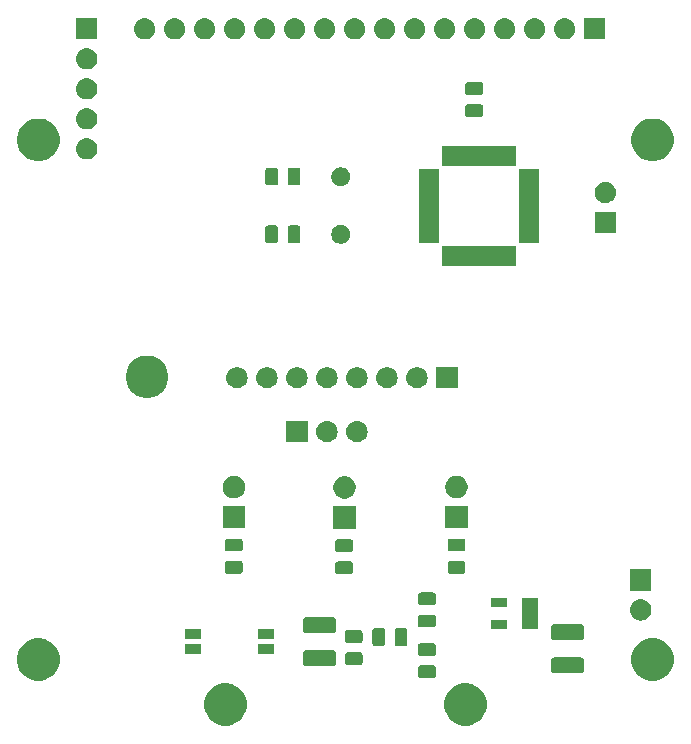
<source format=gbr>
G04 #@! TF.GenerationSoftware,KiCad,Pcbnew,(5.0.2)-1*
G04 #@! TF.CreationDate,2019-02-19T09:56:42+00:00*
G04 #@! TF.ProjectId,AircraftDataLogger,41697263-7261-4667-9444-6174614c6f67,rev?*
G04 #@! TF.SameCoordinates,Original*
G04 #@! TF.FileFunction,Soldermask,Top*
G04 #@! TF.FilePolarity,Negative*
%FSLAX46Y46*%
G04 Gerber Fmt 4.6, Leading zero omitted, Abs format (unit mm)*
G04 Created by KiCad (PCBNEW (5.0.2)-1) date 19/02/2019 09:56:42*
%MOMM*%
%LPD*%
G01*
G04 APERTURE LIST*
%ADD10C,0.100000*%
G04 APERTURE END LIST*
D10*
G36*
X88885331Y-105068211D02*
X89213092Y-105203974D01*
X89508073Y-105401074D01*
X89758926Y-105651927D01*
X89956026Y-105946908D01*
X90091789Y-106274669D01*
X90161000Y-106622616D01*
X90161000Y-106977384D01*
X90091789Y-107325331D01*
X89956026Y-107653092D01*
X89758926Y-107948073D01*
X89508073Y-108198926D01*
X89213092Y-108396026D01*
X88885331Y-108531789D01*
X88537384Y-108601000D01*
X88182616Y-108601000D01*
X87834669Y-108531789D01*
X87506908Y-108396026D01*
X87211927Y-108198926D01*
X86961074Y-107948073D01*
X86763974Y-107653092D01*
X86628211Y-107325331D01*
X86559000Y-106977384D01*
X86559000Y-106622616D01*
X86628211Y-106274669D01*
X86763974Y-105946908D01*
X86961074Y-105651927D01*
X87211927Y-105401074D01*
X87506908Y-105203974D01*
X87834669Y-105068211D01*
X88182616Y-104999000D01*
X88537384Y-104999000D01*
X88885331Y-105068211D01*
X88885331Y-105068211D01*
G37*
G36*
X68565331Y-105068211D02*
X68893092Y-105203974D01*
X69188073Y-105401074D01*
X69438926Y-105651927D01*
X69636026Y-105946908D01*
X69771789Y-106274669D01*
X69841000Y-106622616D01*
X69841000Y-106977384D01*
X69771789Y-107325331D01*
X69636026Y-107653092D01*
X69438926Y-107948073D01*
X69188073Y-108198926D01*
X68893092Y-108396026D01*
X68565331Y-108531789D01*
X68217384Y-108601000D01*
X67862616Y-108601000D01*
X67514669Y-108531789D01*
X67186908Y-108396026D01*
X66891927Y-108198926D01*
X66641074Y-107948073D01*
X66443974Y-107653092D01*
X66308211Y-107325331D01*
X66239000Y-106977384D01*
X66239000Y-106622616D01*
X66308211Y-106274669D01*
X66443974Y-105946908D01*
X66641074Y-105651927D01*
X66891927Y-105401074D01*
X67186908Y-105203974D01*
X67514669Y-105068211D01*
X67862616Y-104999000D01*
X68217384Y-104999000D01*
X68565331Y-105068211D01*
X68565331Y-105068211D01*
G37*
G36*
X104725331Y-101268211D02*
X105053092Y-101403974D01*
X105348073Y-101601074D01*
X105598926Y-101851927D01*
X105796026Y-102146908D01*
X105931789Y-102474669D01*
X106001000Y-102822616D01*
X106001000Y-103177384D01*
X105931789Y-103525331D01*
X105796026Y-103853092D01*
X105598926Y-104148073D01*
X105348073Y-104398926D01*
X105053092Y-104596026D01*
X104725331Y-104731789D01*
X104377384Y-104801000D01*
X104022616Y-104801000D01*
X103674669Y-104731789D01*
X103346908Y-104596026D01*
X103051927Y-104398926D01*
X102801074Y-104148073D01*
X102603974Y-103853092D01*
X102468211Y-103525331D01*
X102399000Y-103177384D01*
X102399000Y-102822616D01*
X102468211Y-102474669D01*
X102603974Y-102146908D01*
X102801074Y-101851927D01*
X103051927Y-101601074D01*
X103346908Y-101403974D01*
X103674669Y-101268211D01*
X104022616Y-101199000D01*
X104377384Y-101199000D01*
X104725331Y-101268211D01*
X104725331Y-101268211D01*
G37*
G36*
X52725331Y-101268211D02*
X53053092Y-101403974D01*
X53348073Y-101601074D01*
X53598926Y-101851927D01*
X53796026Y-102146908D01*
X53931789Y-102474669D01*
X54001000Y-102822616D01*
X54001000Y-103177384D01*
X53931789Y-103525331D01*
X53796026Y-103853092D01*
X53598926Y-104148073D01*
X53348073Y-104398926D01*
X53053092Y-104596026D01*
X52725331Y-104731789D01*
X52377384Y-104801000D01*
X52022616Y-104801000D01*
X51674669Y-104731789D01*
X51346908Y-104596026D01*
X51051927Y-104398926D01*
X50801074Y-104148073D01*
X50603974Y-103853092D01*
X50468211Y-103525331D01*
X50399000Y-103177384D01*
X50399000Y-102822616D01*
X50468211Y-102474669D01*
X50603974Y-102146908D01*
X50801074Y-101851927D01*
X51051927Y-101601074D01*
X51346908Y-101403974D01*
X51674669Y-101268211D01*
X52022616Y-101199000D01*
X52377384Y-101199000D01*
X52725331Y-101268211D01*
X52725331Y-101268211D01*
G37*
G36*
X85684466Y-103503565D02*
X85723137Y-103515296D01*
X85758779Y-103534348D01*
X85790017Y-103559983D01*
X85815652Y-103591221D01*
X85834704Y-103626863D01*
X85846435Y-103665534D01*
X85851000Y-103711888D01*
X85851000Y-104363112D01*
X85846435Y-104409466D01*
X85834704Y-104448137D01*
X85815652Y-104483779D01*
X85790017Y-104515017D01*
X85758779Y-104540652D01*
X85723137Y-104559704D01*
X85684466Y-104571435D01*
X85638112Y-104576000D01*
X84561888Y-104576000D01*
X84515534Y-104571435D01*
X84476863Y-104559704D01*
X84441221Y-104540652D01*
X84409983Y-104515017D01*
X84384348Y-104483779D01*
X84365296Y-104448137D01*
X84353565Y-104409466D01*
X84349000Y-104363112D01*
X84349000Y-103711888D01*
X84353565Y-103665534D01*
X84365296Y-103626863D01*
X84384348Y-103591221D01*
X84409983Y-103559983D01*
X84441221Y-103534348D01*
X84476863Y-103515296D01*
X84515534Y-103503565D01*
X84561888Y-103499000D01*
X85638112Y-103499000D01*
X85684466Y-103503565D01*
X85684466Y-103503565D01*
G37*
G36*
X98218604Y-102828347D02*
X98255145Y-102839432D01*
X98288820Y-102857431D01*
X98318341Y-102881659D01*
X98342569Y-102911180D01*
X98360568Y-102944855D01*
X98371653Y-102981396D01*
X98376000Y-103025538D01*
X98376000Y-103974462D01*
X98371653Y-104018604D01*
X98360568Y-104055145D01*
X98342569Y-104088820D01*
X98318341Y-104118341D01*
X98288820Y-104142569D01*
X98255145Y-104160568D01*
X98218604Y-104171653D01*
X98174462Y-104176000D01*
X95825538Y-104176000D01*
X95781396Y-104171653D01*
X95744855Y-104160568D01*
X95711180Y-104142569D01*
X95681659Y-104118341D01*
X95657431Y-104088820D01*
X95639432Y-104055145D01*
X95628347Y-104018604D01*
X95624000Y-103974462D01*
X95624000Y-103025538D01*
X95628347Y-102981396D01*
X95639432Y-102944855D01*
X95657431Y-102911180D01*
X95681659Y-102881659D01*
X95711180Y-102857431D01*
X95744855Y-102839432D01*
X95781396Y-102828347D01*
X95825538Y-102824000D01*
X98174462Y-102824000D01*
X98218604Y-102828347D01*
X98218604Y-102828347D01*
G37*
G36*
X77218604Y-102228347D02*
X77255145Y-102239432D01*
X77288820Y-102257431D01*
X77318341Y-102281659D01*
X77342569Y-102311180D01*
X77360568Y-102344855D01*
X77371653Y-102381396D01*
X77376000Y-102425538D01*
X77376000Y-103374462D01*
X77371653Y-103418604D01*
X77360568Y-103455145D01*
X77342569Y-103488820D01*
X77318341Y-103518341D01*
X77288820Y-103542569D01*
X77255145Y-103560568D01*
X77218604Y-103571653D01*
X77174462Y-103576000D01*
X74825538Y-103576000D01*
X74781396Y-103571653D01*
X74744855Y-103560568D01*
X74711180Y-103542569D01*
X74681659Y-103518341D01*
X74657431Y-103488820D01*
X74639432Y-103455145D01*
X74628347Y-103418604D01*
X74624000Y-103374462D01*
X74624000Y-102425538D01*
X74628347Y-102381396D01*
X74639432Y-102344855D01*
X74657431Y-102311180D01*
X74681659Y-102281659D01*
X74711180Y-102257431D01*
X74744855Y-102239432D01*
X74781396Y-102228347D01*
X74825538Y-102224000D01*
X77174462Y-102224000D01*
X77218604Y-102228347D01*
X77218604Y-102228347D01*
G37*
G36*
X79484466Y-102403565D02*
X79523137Y-102415296D01*
X79558779Y-102434348D01*
X79590017Y-102459983D01*
X79615652Y-102491221D01*
X79634704Y-102526863D01*
X79646435Y-102565534D01*
X79651000Y-102611888D01*
X79651000Y-103263112D01*
X79646435Y-103309466D01*
X79634704Y-103348137D01*
X79615652Y-103383779D01*
X79590017Y-103415017D01*
X79558779Y-103440652D01*
X79523137Y-103459704D01*
X79484466Y-103471435D01*
X79438112Y-103476000D01*
X78361888Y-103476000D01*
X78315534Y-103471435D01*
X78276863Y-103459704D01*
X78241221Y-103440652D01*
X78209983Y-103415017D01*
X78184348Y-103383779D01*
X78165296Y-103348137D01*
X78153565Y-103309466D01*
X78149000Y-103263112D01*
X78149000Y-102611888D01*
X78153565Y-102565534D01*
X78165296Y-102526863D01*
X78184348Y-102491221D01*
X78209983Y-102459983D01*
X78241221Y-102434348D01*
X78276863Y-102415296D01*
X78315534Y-102403565D01*
X78361888Y-102399000D01*
X79438112Y-102399000D01*
X79484466Y-102403565D01*
X79484466Y-102403565D01*
G37*
G36*
X85684466Y-101628565D02*
X85723137Y-101640296D01*
X85758779Y-101659348D01*
X85790017Y-101684983D01*
X85815652Y-101716221D01*
X85834704Y-101751863D01*
X85846435Y-101790534D01*
X85851000Y-101836888D01*
X85851000Y-102488112D01*
X85846435Y-102534466D01*
X85834704Y-102573137D01*
X85815652Y-102608779D01*
X85790017Y-102640017D01*
X85758779Y-102665652D01*
X85723137Y-102684704D01*
X85684466Y-102696435D01*
X85638112Y-102701000D01*
X84561888Y-102701000D01*
X84515534Y-102696435D01*
X84476863Y-102684704D01*
X84441221Y-102665652D01*
X84409983Y-102640017D01*
X84384348Y-102608779D01*
X84365296Y-102573137D01*
X84353565Y-102534466D01*
X84349000Y-102488112D01*
X84349000Y-101836888D01*
X84353565Y-101790534D01*
X84365296Y-101751863D01*
X84384348Y-101716221D01*
X84409983Y-101684983D01*
X84441221Y-101659348D01*
X84476863Y-101640296D01*
X84515534Y-101628565D01*
X84561888Y-101624000D01*
X85638112Y-101624000D01*
X85684466Y-101628565D01*
X85684466Y-101628565D01*
G37*
G36*
X72151000Y-102566000D02*
X70799000Y-102566000D01*
X70799000Y-101704000D01*
X72151000Y-101704000D01*
X72151000Y-102566000D01*
X72151000Y-102566000D01*
G37*
G36*
X66001000Y-102566000D02*
X64649000Y-102566000D01*
X64649000Y-101704000D01*
X66001000Y-101704000D01*
X66001000Y-102566000D01*
X66001000Y-102566000D01*
G37*
G36*
X81396966Y-100353565D02*
X81435637Y-100365296D01*
X81471279Y-100384348D01*
X81502517Y-100409983D01*
X81528152Y-100441221D01*
X81547204Y-100476863D01*
X81558935Y-100515534D01*
X81563500Y-100561888D01*
X81563500Y-101638112D01*
X81558935Y-101684466D01*
X81547204Y-101723137D01*
X81528152Y-101758779D01*
X81502517Y-101790017D01*
X81471279Y-101815652D01*
X81435637Y-101834704D01*
X81396966Y-101846435D01*
X81350612Y-101851000D01*
X80699388Y-101851000D01*
X80653034Y-101846435D01*
X80614363Y-101834704D01*
X80578721Y-101815652D01*
X80547483Y-101790017D01*
X80521848Y-101758779D01*
X80502796Y-101723137D01*
X80491065Y-101684466D01*
X80486500Y-101638112D01*
X80486500Y-100561888D01*
X80491065Y-100515534D01*
X80502796Y-100476863D01*
X80521848Y-100441221D01*
X80547483Y-100409983D01*
X80578721Y-100384348D01*
X80614363Y-100365296D01*
X80653034Y-100353565D01*
X80699388Y-100349000D01*
X81350612Y-100349000D01*
X81396966Y-100353565D01*
X81396966Y-100353565D01*
G37*
G36*
X83271966Y-100353565D02*
X83310637Y-100365296D01*
X83346279Y-100384348D01*
X83377517Y-100409983D01*
X83403152Y-100441221D01*
X83422204Y-100476863D01*
X83433935Y-100515534D01*
X83438500Y-100561888D01*
X83438500Y-101638112D01*
X83433935Y-101684466D01*
X83422204Y-101723137D01*
X83403152Y-101758779D01*
X83377517Y-101790017D01*
X83346279Y-101815652D01*
X83310637Y-101834704D01*
X83271966Y-101846435D01*
X83225612Y-101851000D01*
X82574388Y-101851000D01*
X82528034Y-101846435D01*
X82489363Y-101834704D01*
X82453721Y-101815652D01*
X82422483Y-101790017D01*
X82396848Y-101758779D01*
X82377796Y-101723137D01*
X82366065Y-101684466D01*
X82361500Y-101638112D01*
X82361500Y-100561888D01*
X82366065Y-100515534D01*
X82377796Y-100476863D01*
X82396848Y-100441221D01*
X82422483Y-100409983D01*
X82453721Y-100384348D01*
X82489363Y-100365296D01*
X82528034Y-100353565D01*
X82574388Y-100349000D01*
X83225612Y-100349000D01*
X83271966Y-100353565D01*
X83271966Y-100353565D01*
G37*
G36*
X79484466Y-100528565D02*
X79523137Y-100540296D01*
X79558779Y-100559348D01*
X79590017Y-100584983D01*
X79615652Y-100616221D01*
X79634704Y-100651863D01*
X79646435Y-100690534D01*
X79651000Y-100736888D01*
X79651000Y-101388112D01*
X79646435Y-101434466D01*
X79634704Y-101473137D01*
X79615652Y-101508779D01*
X79590017Y-101540017D01*
X79558779Y-101565652D01*
X79523137Y-101584704D01*
X79484466Y-101596435D01*
X79438112Y-101601000D01*
X78361888Y-101601000D01*
X78315534Y-101596435D01*
X78276863Y-101584704D01*
X78241221Y-101565652D01*
X78209983Y-101540017D01*
X78184348Y-101508779D01*
X78165296Y-101473137D01*
X78153565Y-101434466D01*
X78149000Y-101388112D01*
X78149000Y-100736888D01*
X78153565Y-100690534D01*
X78165296Y-100651863D01*
X78184348Y-100616221D01*
X78209983Y-100584983D01*
X78241221Y-100559348D01*
X78276863Y-100540296D01*
X78315534Y-100528565D01*
X78361888Y-100524000D01*
X79438112Y-100524000D01*
X79484466Y-100528565D01*
X79484466Y-100528565D01*
G37*
G36*
X98218604Y-100028347D02*
X98255145Y-100039432D01*
X98288820Y-100057431D01*
X98318341Y-100081659D01*
X98342569Y-100111180D01*
X98360568Y-100144855D01*
X98371653Y-100181396D01*
X98376000Y-100225538D01*
X98376000Y-101174462D01*
X98371653Y-101218604D01*
X98360568Y-101255145D01*
X98342569Y-101288820D01*
X98318341Y-101318341D01*
X98288820Y-101342569D01*
X98255145Y-101360568D01*
X98218604Y-101371653D01*
X98174462Y-101376000D01*
X95825538Y-101376000D01*
X95781396Y-101371653D01*
X95744855Y-101360568D01*
X95711180Y-101342569D01*
X95681659Y-101318341D01*
X95657431Y-101288820D01*
X95639432Y-101255145D01*
X95628347Y-101218604D01*
X95624000Y-101174462D01*
X95624000Y-100225538D01*
X95628347Y-100181396D01*
X95639432Y-100144855D01*
X95657431Y-100111180D01*
X95681659Y-100081659D01*
X95711180Y-100057431D01*
X95744855Y-100039432D01*
X95781396Y-100028347D01*
X95825538Y-100024000D01*
X98174462Y-100024000D01*
X98218604Y-100028347D01*
X98218604Y-100028347D01*
G37*
G36*
X66001000Y-101296000D02*
X64649000Y-101296000D01*
X64649000Y-100434000D01*
X66001000Y-100434000D01*
X66001000Y-101296000D01*
X66001000Y-101296000D01*
G37*
G36*
X72151000Y-101296000D02*
X70799000Y-101296000D01*
X70799000Y-100434000D01*
X72151000Y-100434000D01*
X72151000Y-101296000D01*
X72151000Y-101296000D01*
G37*
G36*
X77218604Y-99428347D02*
X77255145Y-99439432D01*
X77288820Y-99457431D01*
X77318341Y-99481659D01*
X77342569Y-99511180D01*
X77360568Y-99544855D01*
X77371653Y-99581396D01*
X77376000Y-99625538D01*
X77376000Y-100574462D01*
X77371653Y-100618604D01*
X77360568Y-100655145D01*
X77342569Y-100688820D01*
X77318341Y-100718341D01*
X77288820Y-100742569D01*
X77255145Y-100760568D01*
X77218604Y-100771653D01*
X77174462Y-100776000D01*
X74825538Y-100776000D01*
X74781396Y-100771653D01*
X74744855Y-100760568D01*
X74711180Y-100742569D01*
X74681659Y-100718341D01*
X74657431Y-100688820D01*
X74639432Y-100655145D01*
X74628347Y-100618604D01*
X74624000Y-100574462D01*
X74624000Y-99625538D01*
X74628347Y-99581396D01*
X74639432Y-99544855D01*
X74657431Y-99511180D01*
X74681659Y-99481659D01*
X74711180Y-99457431D01*
X74744855Y-99439432D01*
X74781396Y-99428347D01*
X74825538Y-99424000D01*
X77174462Y-99424000D01*
X77218604Y-99428347D01*
X77218604Y-99428347D01*
G37*
G36*
X94475000Y-100426000D02*
X93153000Y-100426000D01*
X93153000Y-97774000D01*
X94475000Y-97774000D01*
X94475000Y-100426000D01*
X94475000Y-100426000D01*
G37*
G36*
X91855000Y-100426000D02*
X90533000Y-100426000D01*
X90533000Y-99674000D01*
X91855000Y-99674000D01*
X91855000Y-100426000D01*
X91855000Y-100426000D01*
G37*
G36*
X85684466Y-99203565D02*
X85723137Y-99215296D01*
X85758779Y-99234348D01*
X85790017Y-99259983D01*
X85815652Y-99291221D01*
X85834704Y-99326863D01*
X85846435Y-99365534D01*
X85851000Y-99411888D01*
X85851000Y-100063112D01*
X85846435Y-100109466D01*
X85834704Y-100148137D01*
X85815652Y-100183779D01*
X85790017Y-100215017D01*
X85758779Y-100240652D01*
X85723137Y-100259704D01*
X85684466Y-100271435D01*
X85638112Y-100276000D01*
X84561888Y-100276000D01*
X84515534Y-100271435D01*
X84476863Y-100259704D01*
X84441221Y-100240652D01*
X84409983Y-100215017D01*
X84384348Y-100183779D01*
X84365296Y-100148137D01*
X84353565Y-100109466D01*
X84349000Y-100063112D01*
X84349000Y-99411888D01*
X84353565Y-99365534D01*
X84365296Y-99326863D01*
X84384348Y-99291221D01*
X84409983Y-99259983D01*
X84441221Y-99234348D01*
X84476863Y-99215296D01*
X84515534Y-99203565D01*
X84561888Y-99199000D01*
X85638112Y-99199000D01*
X85684466Y-99203565D01*
X85684466Y-99203565D01*
G37*
G36*
X103310443Y-97905519D02*
X103376627Y-97912037D01*
X103489853Y-97946384D01*
X103546467Y-97963557D01*
X103685087Y-98037652D01*
X103702991Y-98047222D01*
X103738729Y-98076552D01*
X103840186Y-98159814D01*
X103923448Y-98261271D01*
X103952778Y-98297009D01*
X103952779Y-98297011D01*
X104036443Y-98453533D01*
X104036443Y-98453534D01*
X104087963Y-98623373D01*
X104105359Y-98800000D01*
X104087963Y-98976627D01*
X104053616Y-99089853D01*
X104036443Y-99146467D01*
X103966210Y-99277861D01*
X103952778Y-99302991D01*
X103923448Y-99338729D01*
X103840186Y-99440186D01*
X103753678Y-99511180D01*
X103702991Y-99552778D01*
X103702989Y-99552779D01*
X103546467Y-99636443D01*
X103489853Y-99653616D01*
X103376627Y-99687963D01*
X103311270Y-99694400D01*
X103244260Y-99701000D01*
X103155740Y-99701000D01*
X103088730Y-99694400D01*
X103023373Y-99687963D01*
X102910147Y-99653616D01*
X102853533Y-99636443D01*
X102697011Y-99552779D01*
X102697009Y-99552778D01*
X102646322Y-99511180D01*
X102559814Y-99440186D01*
X102476552Y-99338729D01*
X102447222Y-99302991D01*
X102433790Y-99277861D01*
X102363557Y-99146467D01*
X102346384Y-99089853D01*
X102312037Y-98976627D01*
X102294641Y-98800000D01*
X102312037Y-98623373D01*
X102363557Y-98453534D01*
X102363557Y-98453533D01*
X102447221Y-98297011D01*
X102447222Y-98297009D01*
X102476552Y-98261271D01*
X102559814Y-98159814D01*
X102661271Y-98076552D01*
X102697009Y-98047222D01*
X102714913Y-98037652D01*
X102853533Y-97963557D01*
X102910147Y-97946384D01*
X103023373Y-97912037D01*
X103089557Y-97905519D01*
X103155740Y-97899000D01*
X103244260Y-97899000D01*
X103310443Y-97905519D01*
X103310443Y-97905519D01*
G37*
G36*
X91855000Y-98526000D02*
X90533000Y-98526000D01*
X90533000Y-97774000D01*
X91855000Y-97774000D01*
X91855000Y-98526000D01*
X91855000Y-98526000D01*
G37*
G36*
X85684466Y-97328565D02*
X85723137Y-97340296D01*
X85758779Y-97359348D01*
X85790017Y-97384983D01*
X85815652Y-97416221D01*
X85834704Y-97451863D01*
X85846435Y-97490534D01*
X85851000Y-97536888D01*
X85851000Y-98188112D01*
X85846435Y-98234466D01*
X85834704Y-98273137D01*
X85815652Y-98308779D01*
X85790017Y-98340017D01*
X85758779Y-98365652D01*
X85723137Y-98384704D01*
X85684466Y-98396435D01*
X85638112Y-98401000D01*
X84561888Y-98401000D01*
X84515534Y-98396435D01*
X84476863Y-98384704D01*
X84441221Y-98365652D01*
X84409983Y-98340017D01*
X84384348Y-98308779D01*
X84365296Y-98273137D01*
X84353565Y-98234466D01*
X84349000Y-98188112D01*
X84349000Y-97536888D01*
X84353565Y-97490534D01*
X84365296Y-97451863D01*
X84384348Y-97416221D01*
X84409983Y-97384983D01*
X84441221Y-97359348D01*
X84476863Y-97340296D01*
X84515534Y-97328565D01*
X84561888Y-97324000D01*
X85638112Y-97324000D01*
X85684466Y-97328565D01*
X85684466Y-97328565D01*
G37*
G36*
X104101000Y-97161000D02*
X102299000Y-97161000D01*
X102299000Y-95359000D01*
X104101000Y-95359000D01*
X104101000Y-97161000D01*
X104101000Y-97161000D01*
G37*
G36*
X78684466Y-94703565D02*
X78723137Y-94715296D01*
X78758779Y-94734348D01*
X78790017Y-94759983D01*
X78815652Y-94791221D01*
X78834704Y-94826863D01*
X78846435Y-94865534D01*
X78851000Y-94911888D01*
X78851000Y-95563112D01*
X78846435Y-95609466D01*
X78834704Y-95648137D01*
X78815652Y-95683779D01*
X78790017Y-95715017D01*
X78758779Y-95740652D01*
X78723137Y-95759704D01*
X78684466Y-95771435D01*
X78638112Y-95776000D01*
X77561888Y-95776000D01*
X77515534Y-95771435D01*
X77476863Y-95759704D01*
X77441221Y-95740652D01*
X77409983Y-95715017D01*
X77384348Y-95683779D01*
X77365296Y-95648137D01*
X77353565Y-95609466D01*
X77349000Y-95563112D01*
X77349000Y-94911888D01*
X77353565Y-94865534D01*
X77365296Y-94826863D01*
X77384348Y-94791221D01*
X77409983Y-94759983D01*
X77441221Y-94734348D01*
X77476863Y-94715296D01*
X77515534Y-94703565D01*
X77561888Y-94699000D01*
X78638112Y-94699000D01*
X78684466Y-94703565D01*
X78684466Y-94703565D01*
G37*
G36*
X69334466Y-94653565D02*
X69373137Y-94665296D01*
X69408779Y-94684348D01*
X69440017Y-94709983D01*
X69465652Y-94741221D01*
X69484704Y-94776863D01*
X69496435Y-94815534D01*
X69501000Y-94861888D01*
X69501000Y-95513112D01*
X69496435Y-95559466D01*
X69484704Y-95598137D01*
X69465652Y-95633779D01*
X69440017Y-95665017D01*
X69408779Y-95690652D01*
X69373137Y-95709704D01*
X69334466Y-95721435D01*
X69288112Y-95726000D01*
X68211888Y-95726000D01*
X68165534Y-95721435D01*
X68126863Y-95709704D01*
X68091221Y-95690652D01*
X68059983Y-95665017D01*
X68034348Y-95633779D01*
X68015296Y-95598137D01*
X68003565Y-95559466D01*
X67999000Y-95513112D01*
X67999000Y-94861888D01*
X68003565Y-94815534D01*
X68015296Y-94776863D01*
X68034348Y-94741221D01*
X68059983Y-94709983D01*
X68091221Y-94684348D01*
X68126863Y-94665296D01*
X68165534Y-94653565D01*
X68211888Y-94649000D01*
X69288112Y-94649000D01*
X69334466Y-94653565D01*
X69334466Y-94653565D01*
G37*
G36*
X88184466Y-94653565D02*
X88223137Y-94665296D01*
X88258779Y-94684348D01*
X88290017Y-94709983D01*
X88315652Y-94741221D01*
X88334704Y-94776863D01*
X88346435Y-94815534D01*
X88351000Y-94861888D01*
X88351000Y-95513112D01*
X88346435Y-95559466D01*
X88334704Y-95598137D01*
X88315652Y-95633779D01*
X88290017Y-95665017D01*
X88258779Y-95690652D01*
X88223137Y-95709704D01*
X88184466Y-95721435D01*
X88138112Y-95726000D01*
X87061888Y-95726000D01*
X87015534Y-95721435D01*
X86976863Y-95709704D01*
X86941221Y-95690652D01*
X86909983Y-95665017D01*
X86884348Y-95633779D01*
X86865296Y-95598137D01*
X86853565Y-95559466D01*
X86849000Y-95513112D01*
X86849000Y-94861888D01*
X86853565Y-94815534D01*
X86865296Y-94776863D01*
X86884348Y-94741221D01*
X86909983Y-94709983D01*
X86941221Y-94684348D01*
X86976863Y-94665296D01*
X87015534Y-94653565D01*
X87061888Y-94649000D01*
X88138112Y-94649000D01*
X88184466Y-94653565D01*
X88184466Y-94653565D01*
G37*
G36*
X78684466Y-92828565D02*
X78723137Y-92840296D01*
X78758779Y-92859348D01*
X78790017Y-92884983D01*
X78815652Y-92916221D01*
X78834704Y-92951863D01*
X78846435Y-92990534D01*
X78851000Y-93036888D01*
X78851000Y-93688112D01*
X78846435Y-93734466D01*
X78834704Y-93773137D01*
X78815652Y-93808779D01*
X78790017Y-93840017D01*
X78758779Y-93865652D01*
X78723137Y-93884704D01*
X78684466Y-93896435D01*
X78638112Y-93901000D01*
X77561888Y-93901000D01*
X77515534Y-93896435D01*
X77476863Y-93884704D01*
X77441221Y-93865652D01*
X77409983Y-93840017D01*
X77384348Y-93808779D01*
X77365296Y-93773137D01*
X77353565Y-93734466D01*
X77349000Y-93688112D01*
X77349000Y-93036888D01*
X77353565Y-92990534D01*
X77365296Y-92951863D01*
X77384348Y-92916221D01*
X77409983Y-92884983D01*
X77441221Y-92859348D01*
X77476863Y-92840296D01*
X77515534Y-92828565D01*
X77561888Y-92824000D01*
X78638112Y-92824000D01*
X78684466Y-92828565D01*
X78684466Y-92828565D01*
G37*
G36*
X88184466Y-92778565D02*
X88223137Y-92790296D01*
X88258779Y-92809348D01*
X88290017Y-92834983D01*
X88315652Y-92866221D01*
X88334704Y-92901863D01*
X88346435Y-92940534D01*
X88351000Y-92986888D01*
X88351000Y-93638112D01*
X88346435Y-93684466D01*
X88334704Y-93723137D01*
X88315652Y-93758779D01*
X88290017Y-93790017D01*
X88258779Y-93815652D01*
X88223137Y-93834704D01*
X88184466Y-93846435D01*
X88138112Y-93851000D01*
X87061888Y-93851000D01*
X87015534Y-93846435D01*
X86976863Y-93834704D01*
X86941221Y-93815652D01*
X86909983Y-93790017D01*
X86884348Y-93758779D01*
X86865296Y-93723137D01*
X86853565Y-93684466D01*
X86849000Y-93638112D01*
X86849000Y-92986888D01*
X86853565Y-92940534D01*
X86865296Y-92901863D01*
X86884348Y-92866221D01*
X86909983Y-92834983D01*
X86941221Y-92809348D01*
X86976863Y-92790296D01*
X87015534Y-92778565D01*
X87061888Y-92774000D01*
X88138112Y-92774000D01*
X88184466Y-92778565D01*
X88184466Y-92778565D01*
G37*
G36*
X69334466Y-92778565D02*
X69373137Y-92790296D01*
X69408779Y-92809348D01*
X69440017Y-92834983D01*
X69465652Y-92866221D01*
X69484704Y-92901863D01*
X69496435Y-92940534D01*
X69501000Y-92986888D01*
X69501000Y-93638112D01*
X69496435Y-93684466D01*
X69484704Y-93723137D01*
X69465652Y-93758779D01*
X69440017Y-93790017D01*
X69408779Y-93815652D01*
X69373137Y-93834704D01*
X69334466Y-93846435D01*
X69288112Y-93851000D01*
X68211888Y-93851000D01*
X68165534Y-93846435D01*
X68126863Y-93834704D01*
X68091221Y-93815652D01*
X68059983Y-93790017D01*
X68034348Y-93758779D01*
X68015296Y-93723137D01*
X68003565Y-93684466D01*
X67999000Y-93638112D01*
X67999000Y-92986888D01*
X68003565Y-92940534D01*
X68015296Y-92901863D01*
X68034348Y-92866221D01*
X68059983Y-92834983D01*
X68091221Y-92809348D01*
X68126863Y-92790296D01*
X68165534Y-92778565D01*
X68211888Y-92774000D01*
X69288112Y-92774000D01*
X69334466Y-92778565D01*
X69334466Y-92778565D01*
G37*
G36*
X79075000Y-91915600D02*
X77173000Y-91915600D01*
X77173000Y-90013600D01*
X79075000Y-90013600D01*
X79075000Y-91915600D01*
X79075000Y-91915600D01*
G37*
G36*
X69701000Y-91901000D02*
X67799000Y-91901000D01*
X67799000Y-89999000D01*
X69701000Y-89999000D01*
X69701000Y-91901000D01*
X69701000Y-91901000D01*
G37*
G36*
X88551000Y-91901000D02*
X86649000Y-91901000D01*
X86649000Y-89999000D01*
X88551000Y-89999000D01*
X88551000Y-91901000D01*
X88551000Y-91901000D01*
G37*
G36*
X78401396Y-87510146D02*
X78574466Y-87581834D01*
X78730230Y-87685912D01*
X78862688Y-87818370D01*
X78966766Y-87974134D01*
X79038454Y-88147204D01*
X79075000Y-88330933D01*
X79075000Y-88518267D01*
X79038454Y-88701996D01*
X78966766Y-88875066D01*
X78862688Y-89030830D01*
X78730230Y-89163288D01*
X78574466Y-89267366D01*
X78401396Y-89339054D01*
X78217667Y-89375600D01*
X78030333Y-89375600D01*
X77846604Y-89339054D01*
X77673534Y-89267366D01*
X77517770Y-89163288D01*
X77385312Y-89030830D01*
X77281234Y-88875066D01*
X77209546Y-88701996D01*
X77173000Y-88518267D01*
X77173000Y-88330933D01*
X77209546Y-88147204D01*
X77281234Y-87974134D01*
X77385312Y-87818370D01*
X77517770Y-87685912D01*
X77673534Y-87581834D01*
X77846604Y-87510146D01*
X78030333Y-87473600D01*
X78217667Y-87473600D01*
X78401396Y-87510146D01*
X78401396Y-87510146D01*
G37*
G36*
X87877396Y-87495546D02*
X88050466Y-87567234D01*
X88206230Y-87671312D01*
X88338688Y-87803770D01*
X88442766Y-87959534D01*
X88514454Y-88132604D01*
X88551000Y-88316333D01*
X88551000Y-88503667D01*
X88514454Y-88687396D01*
X88442766Y-88860466D01*
X88338688Y-89016230D01*
X88206230Y-89148688D01*
X88050466Y-89252766D01*
X87877396Y-89324454D01*
X87693667Y-89361000D01*
X87506333Y-89361000D01*
X87322604Y-89324454D01*
X87149534Y-89252766D01*
X86993770Y-89148688D01*
X86861312Y-89016230D01*
X86757234Y-88860466D01*
X86685546Y-88687396D01*
X86649000Y-88503667D01*
X86649000Y-88316333D01*
X86685546Y-88132604D01*
X86757234Y-87959534D01*
X86861312Y-87803770D01*
X86993770Y-87671312D01*
X87149534Y-87567234D01*
X87322604Y-87495546D01*
X87506333Y-87459000D01*
X87693667Y-87459000D01*
X87877396Y-87495546D01*
X87877396Y-87495546D01*
G37*
G36*
X69027396Y-87495546D02*
X69200466Y-87567234D01*
X69356230Y-87671312D01*
X69488688Y-87803770D01*
X69592766Y-87959534D01*
X69664454Y-88132604D01*
X69701000Y-88316333D01*
X69701000Y-88503667D01*
X69664454Y-88687396D01*
X69592766Y-88860466D01*
X69488688Y-89016230D01*
X69356230Y-89148688D01*
X69200466Y-89252766D01*
X69027396Y-89324454D01*
X68843667Y-89361000D01*
X68656333Y-89361000D01*
X68472604Y-89324454D01*
X68299534Y-89252766D01*
X68143770Y-89148688D01*
X68011312Y-89016230D01*
X67907234Y-88860466D01*
X67835546Y-88687396D01*
X67799000Y-88503667D01*
X67799000Y-88316333D01*
X67835546Y-88132604D01*
X67907234Y-87959534D01*
X68011312Y-87803770D01*
X68143770Y-87671312D01*
X68299534Y-87567234D01*
X68472604Y-87495546D01*
X68656333Y-87459000D01*
X68843667Y-87459000D01*
X69027396Y-87495546D01*
X69027396Y-87495546D01*
G37*
G36*
X79290443Y-82805519D02*
X79356627Y-82812037D01*
X79469853Y-82846384D01*
X79526467Y-82863557D01*
X79665087Y-82937652D01*
X79682991Y-82947222D01*
X79718729Y-82976552D01*
X79820186Y-83059814D01*
X79903448Y-83161271D01*
X79932778Y-83197009D01*
X79932779Y-83197011D01*
X80016443Y-83353533D01*
X80016443Y-83353534D01*
X80067963Y-83523373D01*
X80085359Y-83700000D01*
X80067963Y-83876627D01*
X80033616Y-83989853D01*
X80016443Y-84046467D01*
X79942348Y-84185087D01*
X79932778Y-84202991D01*
X79903448Y-84238729D01*
X79820186Y-84340186D01*
X79718729Y-84423448D01*
X79682991Y-84452778D01*
X79682989Y-84452779D01*
X79526467Y-84536443D01*
X79469853Y-84553616D01*
X79356627Y-84587963D01*
X79290442Y-84594482D01*
X79224260Y-84601000D01*
X79135740Y-84601000D01*
X79069558Y-84594482D01*
X79003373Y-84587963D01*
X78890147Y-84553616D01*
X78833533Y-84536443D01*
X78677011Y-84452779D01*
X78677009Y-84452778D01*
X78641271Y-84423448D01*
X78539814Y-84340186D01*
X78456552Y-84238729D01*
X78427222Y-84202991D01*
X78417652Y-84185087D01*
X78343557Y-84046467D01*
X78326384Y-83989853D01*
X78292037Y-83876627D01*
X78274641Y-83700000D01*
X78292037Y-83523373D01*
X78343557Y-83353534D01*
X78343557Y-83353533D01*
X78427221Y-83197011D01*
X78427222Y-83197009D01*
X78456552Y-83161271D01*
X78539814Y-83059814D01*
X78641271Y-82976552D01*
X78677009Y-82947222D01*
X78694913Y-82937652D01*
X78833533Y-82863557D01*
X78890147Y-82846384D01*
X79003373Y-82812037D01*
X79069557Y-82805519D01*
X79135740Y-82799000D01*
X79224260Y-82799000D01*
X79290443Y-82805519D01*
X79290443Y-82805519D01*
G37*
G36*
X75001000Y-84601000D02*
X73199000Y-84601000D01*
X73199000Y-82799000D01*
X75001000Y-82799000D01*
X75001000Y-84601000D01*
X75001000Y-84601000D01*
G37*
G36*
X76750443Y-82805519D02*
X76816627Y-82812037D01*
X76929853Y-82846384D01*
X76986467Y-82863557D01*
X77125087Y-82937652D01*
X77142991Y-82947222D01*
X77178729Y-82976552D01*
X77280186Y-83059814D01*
X77363448Y-83161271D01*
X77392778Y-83197009D01*
X77392779Y-83197011D01*
X77476443Y-83353533D01*
X77476443Y-83353534D01*
X77527963Y-83523373D01*
X77545359Y-83700000D01*
X77527963Y-83876627D01*
X77493616Y-83989853D01*
X77476443Y-84046467D01*
X77402348Y-84185087D01*
X77392778Y-84202991D01*
X77363448Y-84238729D01*
X77280186Y-84340186D01*
X77178729Y-84423448D01*
X77142991Y-84452778D01*
X77142989Y-84452779D01*
X76986467Y-84536443D01*
X76929853Y-84553616D01*
X76816627Y-84587963D01*
X76750442Y-84594482D01*
X76684260Y-84601000D01*
X76595740Y-84601000D01*
X76529558Y-84594482D01*
X76463373Y-84587963D01*
X76350147Y-84553616D01*
X76293533Y-84536443D01*
X76137011Y-84452779D01*
X76137009Y-84452778D01*
X76101271Y-84423448D01*
X75999814Y-84340186D01*
X75916552Y-84238729D01*
X75887222Y-84202991D01*
X75877652Y-84185087D01*
X75803557Y-84046467D01*
X75786384Y-83989853D01*
X75752037Y-83876627D01*
X75734641Y-83700000D01*
X75752037Y-83523373D01*
X75803557Y-83353534D01*
X75803557Y-83353533D01*
X75887221Y-83197011D01*
X75887222Y-83197009D01*
X75916552Y-83161271D01*
X75999814Y-83059814D01*
X76101271Y-82976552D01*
X76137009Y-82947222D01*
X76154913Y-82937652D01*
X76293533Y-82863557D01*
X76350147Y-82846384D01*
X76463373Y-82812037D01*
X76529557Y-82805519D01*
X76595740Y-82799000D01*
X76684260Y-82799000D01*
X76750443Y-82805519D01*
X76750443Y-82805519D01*
G37*
G36*
X61925331Y-77328211D02*
X62253092Y-77463974D01*
X62548073Y-77661074D01*
X62798926Y-77911927D01*
X62996026Y-78206908D01*
X63131789Y-78534669D01*
X63201000Y-78882616D01*
X63201000Y-79237384D01*
X63131789Y-79585331D01*
X62996026Y-79913092D01*
X62798926Y-80208073D01*
X62548073Y-80458926D01*
X62253092Y-80656026D01*
X61925331Y-80791789D01*
X61577384Y-80861000D01*
X61222616Y-80861000D01*
X60874669Y-80791789D01*
X60546908Y-80656026D01*
X60251927Y-80458926D01*
X60001074Y-80208073D01*
X59803974Y-79913092D01*
X59668211Y-79585331D01*
X59599000Y-79237384D01*
X59599000Y-78882616D01*
X59668211Y-78534669D01*
X59803974Y-78206908D01*
X60001074Y-77911927D01*
X60251927Y-77661074D01*
X60546908Y-77463974D01*
X60874669Y-77328211D01*
X61222616Y-77259000D01*
X61577384Y-77259000D01*
X61925331Y-77328211D01*
X61925331Y-77328211D01*
G37*
G36*
X87701000Y-80031000D02*
X85899000Y-80031000D01*
X85899000Y-78229000D01*
X87701000Y-78229000D01*
X87701000Y-80031000D01*
X87701000Y-80031000D01*
G37*
G36*
X84370443Y-78235519D02*
X84436627Y-78242037D01*
X84549853Y-78276384D01*
X84606467Y-78293557D01*
X84745087Y-78367652D01*
X84762991Y-78377222D01*
X84798729Y-78406552D01*
X84900186Y-78489814D01*
X84983448Y-78591271D01*
X85012778Y-78627009D01*
X85012779Y-78627011D01*
X85096443Y-78783533D01*
X85096443Y-78783534D01*
X85147963Y-78953373D01*
X85165359Y-79130000D01*
X85147963Y-79306627D01*
X85113616Y-79419853D01*
X85096443Y-79476467D01*
X85022348Y-79615087D01*
X85012778Y-79632991D01*
X84983448Y-79668729D01*
X84900186Y-79770186D01*
X84798729Y-79853448D01*
X84762991Y-79882778D01*
X84762989Y-79882779D01*
X84606467Y-79966443D01*
X84549853Y-79983616D01*
X84436627Y-80017963D01*
X84370443Y-80024481D01*
X84304260Y-80031000D01*
X84215740Y-80031000D01*
X84149557Y-80024481D01*
X84083373Y-80017963D01*
X83970147Y-79983616D01*
X83913533Y-79966443D01*
X83757011Y-79882779D01*
X83757009Y-79882778D01*
X83721271Y-79853448D01*
X83619814Y-79770186D01*
X83536552Y-79668729D01*
X83507222Y-79632991D01*
X83497652Y-79615087D01*
X83423557Y-79476467D01*
X83406384Y-79419853D01*
X83372037Y-79306627D01*
X83354641Y-79130000D01*
X83372037Y-78953373D01*
X83423557Y-78783534D01*
X83423557Y-78783533D01*
X83507221Y-78627011D01*
X83507222Y-78627009D01*
X83536552Y-78591271D01*
X83619814Y-78489814D01*
X83721271Y-78406552D01*
X83757009Y-78377222D01*
X83774913Y-78367652D01*
X83913533Y-78293557D01*
X83970147Y-78276384D01*
X84083373Y-78242037D01*
X84149557Y-78235519D01*
X84215740Y-78229000D01*
X84304260Y-78229000D01*
X84370443Y-78235519D01*
X84370443Y-78235519D01*
G37*
G36*
X74210443Y-78235519D02*
X74276627Y-78242037D01*
X74389853Y-78276384D01*
X74446467Y-78293557D01*
X74585087Y-78367652D01*
X74602991Y-78377222D01*
X74638729Y-78406552D01*
X74740186Y-78489814D01*
X74823448Y-78591271D01*
X74852778Y-78627009D01*
X74852779Y-78627011D01*
X74936443Y-78783533D01*
X74936443Y-78783534D01*
X74987963Y-78953373D01*
X75005359Y-79130000D01*
X74987963Y-79306627D01*
X74953616Y-79419853D01*
X74936443Y-79476467D01*
X74862348Y-79615087D01*
X74852778Y-79632991D01*
X74823448Y-79668729D01*
X74740186Y-79770186D01*
X74638729Y-79853448D01*
X74602991Y-79882778D01*
X74602989Y-79882779D01*
X74446467Y-79966443D01*
X74389853Y-79983616D01*
X74276627Y-80017963D01*
X74210443Y-80024481D01*
X74144260Y-80031000D01*
X74055740Y-80031000D01*
X73989557Y-80024481D01*
X73923373Y-80017963D01*
X73810147Y-79983616D01*
X73753533Y-79966443D01*
X73597011Y-79882779D01*
X73597009Y-79882778D01*
X73561271Y-79853448D01*
X73459814Y-79770186D01*
X73376552Y-79668729D01*
X73347222Y-79632991D01*
X73337652Y-79615087D01*
X73263557Y-79476467D01*
X73246384Y-79419853D01*
X73212037Y-79306627D01*
X73194641Y-79130000D01*
X73212037Y-78953373D01*
X73263557Y-78783534D01*
X73263557Y-78783533D01*
X73347221Y-78627011D01*
X73347222Y-78627009D01*
X73376552Y-78591271D01*
X73459814Y-78489814D01*
X73561271Y-78406552D01*
X73597009Y-78377222D01*
X73614913Y-78367652D01*
X73753533Y-78293557D01*
X73810147Y-78276384D01*
X73923373Y-78242037D01*
X73989557Y-78235519D01*
X74055740Y-78229000D01*
X74144260Y-78229000D01*
X74210443Y-78235519D01*
X74210443Y-78235519D01*
G37*
G36*
X81830443Y-78235519D02*
X81896627Y-78242037D01*
X82009853Y-78276384D01*
X82066467Y-78293557D01*
X82205087Y-78367652D01*
X82222991Y-78377222D01*
X82258729Y-78406552D01*
X82360186Y-78489814D01*
X82443448Y-78591271D01*
X82472778Y-78627009D01*
X82472779Y-78627011D01*
X82556443Y-78783533D01*
X82556443Y-78783534D01*
X82607963Y-78953373D01*
X82625359Y-79130000D01*
X82607963Y-79306627D01*
X82573616Y-79419853D01*
X82556443Y-79476467D01*
X82482348Y-79615087D01*
X82472778Y-79632991D01*
X82443448Y-79668729D01*
X82360186Y-79770186D01*
X82258729Y-79853448D01*
X82222991Y-79882778D01*
X82222989Y-79882779D01*
X82066467Y-79966443D01*
X82009853Y-79983616D01*
X81896627Y-80017963D01*
X81830443Y-80024481D01*
X81764260Y-80031000D01*
X81675740Y-80031000D01*
X81609557Y-80024481D01*
X81543373Y-80017963D01*
X81430147Y-79983616D01*
X81373533Y-79966443D01*
X81217011Y-79882779D01*
X81217009Y-79882778D01*
X81181271Y-79853448D01*
X81079814Y-79770186D01*
X80996552Y-79668729D01*
X80967222Y-79632991D01*
X80957652Y-79615087D01*
X80883557Y-79476467D01*
X80866384Y-79419853D01*
X80832037Y-79306627D01*
X80814641Y-79130000D01*
X80832037Y-78953373D01*
X80883557Y-78783534D01*
X80883557Y-78783533D01*
X80967221Y-78627011D01*
X80967222Y-78627009D01*
X80996552Y-78591271D01*
X81079814Y-78489814D01*
X81181271Y-78406552D01*
X81217009Y-78377222D01*
X81234913Y-78367652D01*
X81373533Y-78293557D01*
X81430147Y-78276384D01*
X81543373Y-78242037D01*
X81609557Y-78235519D01*
X81675740Y-78229000D01*
X81764260Y-78229000D01*
X81830443Y-78235519D01*
X81830443Y-78235519D01*
G37*
G36*
X76750443Y-78235519D02*
X76816627Y-78242037D01*
X76929853Y-78276384D01*
X76986467Y-78293557D01*
X77125087Y-78367652D01*
X77142991Y-78377222D01*
X77178729Y-78406552D01*
X77280186Y-78489814D01*
X77363448Y-78591271D01*
X77392778Y-78627009D01*
X77392779Y-78627011D01*
X77476443Y-78783533D01*
X77476443Y-78783534D01*
X77527963Y-78953373D01*
X77545359Y-79130000D01*
X77527963Y-79306627D01*
X77493616Y-79419853D01*
X77476443Y-79476467D01*
X77402348Y-79615087D01*
X77392778Y-79632991D01*
X77363448Y-79668729D01*
X77280186Y-79770186D01*
X77178729Y-79853448D01*
X77142991Y-79882778D01*
X77142989Y-79882779D01*
X76986467Y-79966443D01*
X76929853Y-79983616D01*
X76816627Y-80017963D01*
X76750443Y-80024481D01*
X76684260Y-80031000D01*
X76595740Y-80031000D01*
X76529557Y-80024481D01*
X76463373Y-80017963D01*
X76350147Y-79983616D01*
X76293533Y-79966443D01*
X76137011Y-79882779D01*
X76137009Y-79882778D01*
X76101271Y-79853448D01*
X75999814Y-79770186D01*
X75916552Y-79668729D01*
X75887222Y-79632991D01*
X75877652Y-79615087D01*
X75803557Y-79476467D01*
X75786384Y-79419853D01*
X75752037Y-79306627D01*
X75734641Y-79130000D01*
X75752037Y-78953373D01*
X75803557Y-78783534D01*
X75803557Y-78783533D01*
X75887221Y-78627011D01*
X75887222Y-78627009D01*
X75916552Y-78591271D01*
X75999814Y-78489814D01*
X76101271Y-78406552D01*
X76137009Y-78377222D01*
X76154913Y-78367652D01*
X76293533Y-78293557D01*
X76350147Y-78276384D01*
X76463373Y-78242037D01*
X76529557Y-78235519D01*
X76595740Y-78229000D01*
X76684260Y-78229000D01*
X76750443Y-78235519D01*
X76750443Y-78235519D01*
G37*
G36*
X79290443Y-78235519D02*
X79356627Y-78242037D01*
X79469853Y-78276384D01*
X79526467Y-78293557D01*
X79665087Y-78367652D01*
X79682991Y-78377222D01*
X79718729Y-78406552D01*
X79820186Y-78489814D01*
X79903448Y-78591271D01*
X79932778Y-78627009D01*
X79932779Y-78627011D01*
X80016443Y-78783533D01*
X80016443Y-78783534D01*
X80067963Y-78953373D01*
X80085359Y-79130000D01*
X80067963Y-79306627D01*
X80033616Y-79419853D01*
X80016443Y-79476467D01*
X79942348Y-79615087D01*
X79932778Y-79632991D01*
X79903448Y-79668729D01*
X79820186Y-79770186D01*
X79718729Y-79853448D01*
X79682991Y-79882778D01*
X79682989Y-79882779D01*
X79526467Y-79966443D01*
X79469853Y-79983616D01*
X79356627Y-80017963D01*
X79290443Y-80024481D01*
X79224260Y-80031000D01*
X79135740Y-80031000D01*
X79069557Y-80024481D01*
X79003373Y-80017963D01*
X78890147Y-79983616D01*
X78833533Y-79966443D01*
X78677011Y-79882779D01*
X78677009Y-79882778D01*
X78641271Y-79853448D01*
X78539814Y-79770186D01*
X78456552Y-79668729D01*
X78427222Y-79632991D01*
X78417652Y-79615087D01*
X78343557Y-79476467D01*
X78326384Y-79419853D01*
X78292037Y-79306627D01*
X78274641Y-79130000D01*
X78292037Y-78953373D01*
X78343557Y-78783534D01*
X78343557Y-78783533D01*
X78427221Y-78627011D01*
X78427222Y-78627009D01*
X78456552Y-78591271D01*
X78539814Y-78489814D01*
X78641271Y-78406552D01*
X78677009Y-78377222D01*
X78694913Y-78367652D01*
X78833533Y-78293557D01*
X78890147Y-78276384D01*
X79003373Y-78242037D01*
X79069557Y-78235519D01*
X79135740Y-78229000D01*
X79224260Y-78229000D01*
X79290443Y-78235519D01*
X79290443Y-78235519D01*
G37*
G36*
X69130443Y-78235519D02*
X69196627Y-78242037D01*
X69309853Y-78276384D01*
X69366467Y-78293557D01*
X69505087Y-78367652D01*
X69522991Y-78377222D01*
X69558729Y-78406552D01*
X69660186Y-78489814D01*
X69743448Y-78591271D01*
X69772778Y-78627009D01*
X69772779Y-78627011D01*
X69856443Y-78783533D01*
X69856443Y-78783534D01*
X69907963Y-78953373D01*
X69925359Y-79130000D01*
X69907963Y-79306627D01*
X69873616Y-79419853D01*
X69856443Y-79476467D01*
X69782348Y-79615087D01*
X69772778Y-79632991D01*
X69743448Y-79668729D01*
X69660186Y-79770186D01*
X69558729Y-79853448D01*
X69522991Y-79882778D01*
X69522989Y-79882779D01*
X69366467Y-79966443D01*
X69309853Y-79983616D01*
X69196627Y-80017963D01*
X69130443Y-80024481D01*
X69064260Y-80031000D01*
X68975740Y-80031000D01*
X68909557Y-80024481D01*
X68843373Y-80017963D01*
X68730147Y-79983616D01*
X68673533Y-79966443D01*
X68517011Y-79882779D01*
X68517009Y-79882778D01*
X68481271Y-79853448D01*
X68379814Y-79770186D01*
X68296552Y-79668729D01*
X68267222Y-79632991D01*
X68257652Y-79615087D01*
X68183557Y-79476467D01*
X68166384Y-79419853D01*
X68132037Y-79306627D01*
X68114641Y-79130000D01*
X68132037Y-78953373D01*
X68183557Y-78783534D01*
X68183557Y-78783533D01*
X68267221Y-78627011D01*
X68267222Y-78627009D01*
X68296552Y-78591271D01*
X68379814Y-78489814D01*
X68481271Y-78406552D01*
X68517009Y-78377222D01*
X68534913Y-78367652D01*
X68673533Y-78293557D01*
X68730147Y-78276384D01*
X68843373Y-78242037D01*
X68909557Y-78235519D01*
X68975740Y-78229000D01*
X69064260Y-78229000D01*
X69130443Y-78235519D01*
X69130443Y-78235519D01*
G37*
G36*
X71670443Y-78235519D02*
X71736627Y-78242037D01*
X71849853Y-78276384D01*
X71906467Y-78293557D01*
X72045087Y-78367652D01*
X72062991Y-78377222D01*
X72098729Y-78406552D01*
X72200186Y-78489814D01*
X72283448Y-78591271D01*
X72312778Y-78627009D01*
X72312779Y-78627011D01*
X72396443Y-78783533D01*
X72396443Y-78783534D01*
X72447963Y-78953373D01*
X72465359Y-79130000D01*
X72447963Y-79306627D01*
X72413616Y-79419853D01*
X72396443Y-79476467D01*
X72322348Y-79615087D01*
X72312778Y-79632991D01*
X72283448Y-79668729D01*
X72200186Y-79770186D01*
X72098729Y-79853448D01*
X72062991Y-79882778D01*
X72062989Y-79882779D01*
X71906467Y-79966443D01*
X71849853Y-79983616D01*
X71736627Y-80017963D01*
X71670443Y-80024481D01*
X71604260Y-80031000D01*
X71515740Y-80031000D01*
X71449557Y-80024481D01*
X71383373Y-80017963D01*
X71270147Y-79983616D01*
X71213533Y-79966443D01*
X71057011Y-79882779D01*
X71057009Y-79882778D01*
X71021271Y-79853448D01*
X70919814Y-79770186D01*
X70836552Y-79668729D01*
X70807222Y-79632991D01*
X70797652Y-79615087D01*
X70723557Y-79476467D01*
X70706384Y-79419853D01*
X70672037Y-79306627D01*
X70654641Y-79130000D01*
X70672037Y-78953373D01*
X70723557Y-78783534D01*
X70723557Y-78783533D01*
X70807221Y-78627011D01*
X70807222Y-78627009D01*
X70836552Y-78591271D01*
X70919814Y-78489814D01*
X71021271Y-78406552D01*
X71057009Y-78377222D01*
X71074913Y-78367652D01*
X71213533Y-78293557D01*
X71270147Y-78276384D01*
X71383373Y-78242037D01*
X71449557Y-78235519D01*
X71515740Y-78229000D01*
X71604260Y-78229000D01*
X71670443Y-78235519D01*
X71670443Y-78235519D01*
G37*
G36*
X92626000Y-69701000D02*
X86374000Y-69701000D01*
X86374000Y-67999000D01*
X92626000Y-67999000D01*
X92626000Y-69701000D01*
X92626000Y-69701000D01*
G37*
G36*
X78033643Y-66229781D02*
X78179415Y-66290162D01*
X78310611Y-66377824D01*
X78422176Y-66489389D01*
X78509838Y-66620585D01*
X78570219Y-66766357D01*
X78601000Y-66921107D01*
X78601000Y-67078893D01*
X78570219Y-67233643D01*
X78509838Y-67379415D01*
X78422176Y-67510611D01*
X78310611Y-67622176D01*
X78179415Y-67709838D01*
X78033643Y-67770219D01*
X77878893Y-67801000D01*
X77721107Y-67801000D01*
X77566357Y-67770219D01*
X77420585Y-67709838D01*
X77289389Y-67622176D01*
X77177824Y-67510611D01*
X77090162Y-67379415D01*
X77029781Y-67233643D01*
X76999000Y-67078893D01*
X76999000Y-66921107D01*
X77029781Y-66766357D01*
X77090162Y-66620585D01*
X77177824Y-66489389D01*
X77289389Y-66377824D01*
X77420585Y-66290162D01*
X77566357Y-66229781D01*
X77721107Y-66199000D01*
X77878893Y-66199000D01*
X78033643Y-66229781D01*
X78033643Y-66229781D01*
G37*
G36*
X72334466Y-66253565D02*
X72373137Y-66265296D01*
X72408779Y-66284348D01*
X72440017Y-66309983D01*
X72465652Y-66341221D01*
X72484704Y-66376863D01*
X72496435Y-66415534D01*
X72501000Y-66461888D01*
X72501000Y-67538112D01*
X72496435Y-67584466D01*
X72484704Y-67623137D01*
X72465652Y-67658779D01*
X72440017Y-67690017D01*
X72408779Y-67715652D01*
X72373137Y-67734704D01*
X72334466Y-67746435D01*
X72288112Y-67751000D01*
X71636888Y-67751000D01*
X71590534Y-67746435D01*
X71551863Y-67734704D01*
X71516221Y-67715652D01*
X71484983Y-67690017D01*
X71459348Y-67658779D01*
X71440296Y-67623137D01*
X71428565Y-67584466D01*
X71424000Y-67538112D01*
X71424000Y-66461888D01*
X71428565Y-66415534D01*
X71440296Y-66376863D01*
X71459348Y-66341221D01*
X71484983Y-66309983D01*
X71516221Y-66284348D01*
X71551863Y-66265296D01*
X71590534Y-66253565D01*
X71636888Y-66249000D01*
X72288112Y-66249000D01*
X72334466Y-66253565D01*
X72334466Y-66253565D01*
G37*
G36*
X74209466Y-66253565D02*
X74248137Y-66265296D01*
X74283779Y-66284348D01*
X74315017Y-66309983D01*
X74340652Y-66341221D01*
X74359704Y-66376863D01*
X74371435Y-66415534D01*
X74376000Y-66461888D01*
X74376000Y-67538112D01*
X74371435Y-67584466D01*
X74359704Y-67623137D01*
X74340652Y-67658779D01*
X74315017Y-67690017D01*
X74283779Y-67715652D01*
X74248137Y-67734704D01*
X74209466Y-67746435D01*
X74163112Y-67751000D01*
X73511888Y-67751000D01*
X73465534Y-67746435D01*
X73426863Y-67734704D01*
X73391221Y-67715652D01*
X73359983Y-67690017D01*
X73334348Y-67658779D01*
X73315296Y-67623137D01*
X73303565Y-67584466D01*
X73299000Y-67538112D01*
X73299000Y-66461888D01*
X73303565Y-66415534D01*
X73315296Y-66376863D01*
X73334348Y-66341221D01*
X73359983Y-66309983D01*
X73391221Y-66284348D01*
X73426863Y-66265296D01*
X73465534Y-66253565D01*
X73511888Y-66249000D01*
X74163112Y-66249000D01*
X74209466Y-66253565D01*
X74209466Y-66253565D01*
G37*
G36*
X86101000Y-67726000D02*
X84399000Y-67726000D01*
X84399000Y-61474000D01*
X86101000Y-61474000D01*
X86101000Y-67726000D01*
X86101000Y-67726000D01*
G37*
G36*
X94601000Y-67726000D02*
X92899000Y-67726000D01*
X92899000Y-61474000D01*
X94601000Y-61474000D01*
X94601000Y-67726000D01*
X94601000Y-67726000D01*
G37*
G36*
X101101000Y-66901000D02*
X99299000Y-66901000D01*
X99299000Y-65099000D01*
X101101000Y-65099000D01*
X101101000Y-66901000D01*
X101101000Y-66901000D01*
G37*
G36*
X100310443Y-62565519D02*
X100376627Y-62572037D01*
X100489853Y-62606384D01*
X100546467Y-62623557D01*
X100660418Y-62684466D01*
X100702991Y-62707222D01*
X100722383Y-62723137D01*
X100840186Y-62819814D01*
X100923226Y-62921000D01*
X100952778Y-62957009D01*
X100952779Y-62957011D01*
X101036443Y-63113533D01*
X101036443Y-63113534D01*
X101087963Y-63283373D01*
X101105359Y-63460000D01*
X101087963Y-63636627D01*
X101060852Y-63726000D01*
X101036443Y-63806467D01*
X101000345Y-63874000D01*
X100952778Y-63962991D01*
X100923448Y-63998729D01*
X100840186Y-64100186D01*
X100738729Y-64183448D01*
X100702991Y-64212778D01*
X100702989Y-64212779D01*
X100546467Y-64296443D01*
X100489853Y-64313616D01*
X100376627Y-64347963D01*
X100310442Y-64354482D01*
X100244260Y-64361000D01*
X100155740Y-64361000D01*
X100089558Y-64354482D01*
X100023373Y-64347963D01*
X99910147Y-64313616D01*
X99853533Y-64296443D01*
X99697011Y-64212779D01*
X99697009Y-64212778D01*
X99661271Y-64183448D01*
X99559814Y-64100186D01*
X99476552Y-63998729D01*
X99447222Y-63962991D01*
X99399655Y-63874000D01*
X99363557Y-63806467D01*
X99339148Y-63726000D01*
X99312037Y-63636627D01*
X99294641Y-63460000D01*
X99312037Y-63283373D01*
X99363557Y-63113534D01*
X99363557Y-63113533D01*
X99447221Y-62957011D01*
X99447222Y-62957009D01*
X99476774Y-62921000D01*
X99559814Y-62819814D01*
X99677617Y-62723137D01*
X99697009Y-62707222D01*
X99739582Y-62684466D01*
X99853533Y-62623557D01*
X99910147Y-62606384D01*
X100023373Y-62572037D01*
X100089557Y-62565519D01*
X100155740Y-62559000D01*
X100244260Y-62559000D01*
X100310443Y-62565519D01*
X100310443Y-62565519D01*
G37*
G36*
X78033643Y-61349781D02*
X78179415Y-61410162D01*
X78310611Y-61497824D01*
X78422176Y-61609389D01*
X78509838Y-61740585D01*
X78570219Y-61886357D01*
X78601000Y-62041107D01*
X78601000Y-62198893D01*
X78570219Y-62353643D01*
X78509838Y-62499415D01*
X78422176Y-62630611D01*
X78310611Y-62742176D01*
X78179415Y-62829838D01*
X78033643Y-62890219D01*
X77878893Y-62921000D01*
X77721107Y-62921000D01*
X77566357Y-62890219D01*
X77420585Y-62829838D01*
X77289389Y-62742176D01*
X77177824Y-62630611D01*
X77090162Y-62499415D01*
X77029781Y-62353643D01*
X76999000Y-62198893D01*
X76999000Y-62041107D01*
X77029781Y-61886357D01*
X77090162Y-61740585D01*
X77177824Y-61609389D01*
X77289389Y-61497824D01*
X77420585Y-61410162D01*
X77566357Y-61349781D01*
X77721107Y-61319000D01*
X77878893Y-61319000D01*
X78033643Y-61349781D01*
X78033643Y-61349781D01*
G37*
G36*
X72334466Y-61353565D02*
X72373137Y-61365296D01*
X72408779Y-61384348D01*
X72440017Y-61409983D01*
X72465652Y-61441221D01*
X72484704Y-61476863D01*
X72496435Y-61515534D01*
X72501000Y-61561888D01*
X72501000Y-62638112D01*
X72496435Y-62684466D01*
X72484704Y-62723137D01*
X72465652Y-62758779D01*
X72440017Y-62790017D01*
X72408779Y-62815652D01*
X72373137Y-62834704D01*
X72334466Y-62846435D01*
X72288112Y-62851000D01*
X71636888Y-62851000D01*
X71590534Y-62846435D01*
X71551863Y-62834704D01*
X71516221Y-62815652D01*
X71484983Y-62790017D01*
X71459348Y-62758779D01*
X71440296Y-62723137D01*
X71428565Y-62684466D01*
X71424000Y-62638112D01*
X71424000Y-61561888D01*
X71428565Y-61515534D01*
X71440296Y-61476863D01*
X71459348Y-61441221D01*
X71484983Y-61409983D01*
X71516221Y-61384348D01*
X71551863Y-61365296D01*
X71590534Y-61353565D01*
X71636888Y-61349000D01*
X72288112Y-61349000D01*
X72334466Y-61353565D01*
X72334466Y-61353565D01*
G37*
G36*
X74209466Y-61353565D02*
X74248137Y-61365296D01*
X74283779Y-61384348D01*
X74315017Y-61409983D01*
X74340652Y-61441221D01*
X74359704Y-61476863D01*
X74371435Y-61515534D01*
X74376000Y-61561888D01*
X74376000Y-62638112D01*
X74371435Y-62684466D01*
X74359704Y-62723137D01*
X74340652Y-62758779D01*
X74315017Y-62790017D01*
X74283779Y-62815652D01*
X74248137Y-62834704D01*
X74209466Y-62846435D01*
X74163112Y-62851000D01*
X73511888Y-62851000D01*
X73465534Y-62846435D01*
X73426863Y-62834704D01*
X73391221Y-62815652D01*
X73359983Y-62790017D01*
X73334348Y-62758779D01*
X73315296Y-62723137D01*
X73303565Y-62684466D01*
X73299000Y-62638112D01*
X73299000Y-61561888D01*
X73303565Y-61515534D01*
X73315296Y-61476863D01*
X73334348Y-61441221D01*
X73359983Y-61409983D01*
X73391221Y-61384348D01*
X73426863Y-61365296D01*
X73465534Y-61353565D01*
X73511888Y-61349000D01*
X74163112Y-61349000D01*
X74209466Y-61353565D01*
X74209466Y-61353565D01*
G37*
G36*
X92626000Y-61201000D02*
X86374000Y-61201000D01*
X86374000Y-59499000D01*
X92626000Y-59499000D01*
X92626000Y-61201000D01*
X92626000Y-61201000D01*
G37*
G36*
X52725331Y-57268211D02*
X53053092Y-57403974D01*
X53348073Y-57601074D01*
X53598926Y-57851927D01*
X53796026Y-58146908D01*
X53931789Y-58474669D01*
X54001000Y-58822616D01*
X54001000Y-59177384D01*
X53931789Y-59525331D01*
X53796026Y-59853092D01*
X53598926Y-60148073D01*
X53348073Y-60398926D01*
X53053092Y-60596026D01*
X52725331Y-60731789D01*
X52377384Y-60801000D01*
X52022616Y-60801000D01*
X51674669Y-60731789D01*
X51346908Y-60596026D01*
X51051927Y-60398926D01*
X50801074Y-60148073D01*
X50603974Y-59853092D01*
X50468211Y-59525331D01*
X50399000Y-59177384D01*
X50399000Y-58822616D01*
X50468211Y-58474669D01*
X50603974Y-58146908D01*
X50801074Y-57851927D01*
X51051927Y-57601074D01*
X51346908Y-57403974D01*
X51674669Y-57268211D01*
X52022616Y-57199000D01*
X52377384Y-57199000D01*
X52725331Y-57268211D01*
X52725331Y-57268211D01*
G37*
G36*
X104725331Y-57268211D02*
X105053092Y-57403974D01*
X105348073Y-57601074D01*
X105598926Y-57851927D01*
X105796026Y-58146908D01*
X105931789Y-58474669D01*
X106001000Y-58822616D01*
X106001000Y-59177384D01*
X105931789Y-59525331D01*
X105796026Y-59853092D01*
X105598926Y-60148073D01*
X105348073Y-60398926D01*
X105053092Y-60596026D01*
X104725331Y-60731789D01*
X104377384Y-60801000D01*
X104022616Y-60801000D01*
X103674669Y-60731789D01*
X103346908Y-60596026D01*
X103051927Y-60398926D01*
X102801074Y-60148073D01*
X102603974Y-59853092D01*
X102468211Y-59525331D01*
X102399000Y-59177384D01*
X102399000Y-58822616D01*
X102468211Y-58474669D01*
X102603974Y-58146908D01*
X102801074Y-57851927D01*
X103051927Y-57601074D01*
X103346908Y-57403974D01*
X103674669Y-57268211D01*
X104022616Y-57199000D01*
X104377384Y-57199000D01*
X104725331Y-57268211D01*
X104725331Y-57268211D01*
G37*
G36*
X56410443Y-58865519D02*
X56476627Y-58872037D01*
X56589853Y-58906384D01*
X56646467Y-58923557D01*
X56785087Y-58997652D01*
X56802991Y-59007222D01*
X56838729Y-59036552D01*
X56940186Y-59119814D01*
X57023448Y-59221271D01*
X57052778Y-59257009D01*
X57052779Y-59257011D01*
X57136443Y-59413533D01*
X57136443Y-59413534D01*
X57187963Y-59583373D01*
X57205359Y-59760000D01*
X57187963Y-59936627D01*
X57153616Y-60049853D01*
X57136443Y-60106467D01*
X57062348Y-60245087D01*
X57052778Y-60262991D01*
X57023448Y-60298729D01*
X56940186Y-60400186D01*
X56838729Y-60483448D01*
X56802991Y-60512778D01*
X56802989Y-60512779D01*
X56646467Y-60596443D01*
X56589853Y-60613616D01*
X56476627Y-60647963D01*
X56410442Y-60654482D01*
X56344260Y-60661000D01*
X56255740Y-60661000D01*
X56189558Y-60654482D01*
X56123373Y-60647963D01*
X56010147Y-60613616D01*
X55953533Y-60596443D01*
X55797011Y-60512779D01*
X55797009Y-60512778D01*
X55761271Y-60483448D01*
X55659814Y-60400186D01*
X55576552Y-60298729D01*
X55547222Y-60262991D01*
X55537652Y-60245087D01*
X55463557Y-60106467D01*
X55446384Y-60049853D01*
X55412037Y-59936627D01*
X55394641Y-59760000D01*
X55412037Y-59583373D01*
X55463557Y-59413534D01*
X55463557Y-59413533D01*
X55547221Y-59257011D01*
X55547222Y-59257009D01*
X55576552Y-59221271D01*
X55659814Y-59119814D01*
X55761271Y-59036552D01*
X55797009Y-59007222D01*
X55814913Y-58997652D01*
X55953533Y-58923557D01*
X56010147Y-58906384D01*
X56123373Y-58872037D01*
X56189557Y-58865519D01*
X56255740Y-58859000D01*
X56344260Y-58859000D01*
X56410443Y-58865519D01*
X56410443Y-58865519D01*
G37*
G36*
X56410442Y-56325518D02*
X56476627Y-56332037D01*
X56589853Y-56366384D01*
X56646467Y-56383557D01*
X56785087Y-56457652D01*
X56802991Y-56467222D01*
X56838729Y-56496552D01*
X56940186Y-56579814D01*
X57023448Y-56681271D01*
X57052778Y-56717009D01*
X57052779Y-56717011D01*
X57136443Y-56873533D01*
X57136443Y-56873534D01*
X57187963Y-57043373D01*
X57205359Y-57220000D01*
X57187963Y-57396627D01*
X57153616Y-57509853D01*
X57136443Y-57566467D01*
X57062348Y-57705087D01*
X57052778Y-57722991D01*
X57023448Y-57758729D01*
X56940186Y-57860186D01*
X56838729Y-57943448D01*
X56802991Y-57972778D01*
X56802989Y-57972779D01*
X56646467Y-58056443D01*
X56589853Y-58073616D01*
X56476627Y-58107963D01*
X56410443Y-58114481D01*
X56344260Y-58121000D01*
X56255740Y-58121000D01*
X56189557Y-58114481D01*
X56123373Y-58107963D01*
X56010147Y-58073616D01*
X55953533Y-58056443D01*
X55797011Y-57972779D01*
X55797009Y-57972778D01*
X55761271Y-57943448D01*
X55659814Y-57860186D01*
X55576552Y-57758729D01*
X55547222Y-57722991D01*
X55537652Y-57705087D01*
X55463557Y-57566467D01*
X55446384Y-57509853D01*
X55412037Y-57396627D01*
X55394641Y-57220000D01*
X55412037Y-57043373D01*
X55463557Y-56873534D01*
X55463557Y-56873533D01*
X55547221Y-56717011D01*
X55547222Y-56717009D01*
X55576552Y-56681271D01*
X55659814Y-56579814D01*
X55761271Y-56496552D01*
X55797009Y-56467222D01*
X55814913Y-56457652D01*
X55953533Y-56383557D01*
X56010147Y-56366384D01*
X56123373Y-56332037D01*
X56189558Y-56325518D01*
X56255740Y-56319000D01*
X56344260Y-56319000D01*
X56410442Y-56325518D01*
X56410442Y-56325518D01*
G37*
G36*
X89684466Y-56003565D02*
X89723137Y-56015296D01*
X89758779Y-56034348D01*
X89790017Y-56059983D01*
X89815652Y-56091221D01*
X89834704Y-56126863D01*
X89846435Y-56165534D01*
X89851000Y-56211888D01*
X89851000Y-56863112D01*
X89846435Y-56909466D01*
X89834704Y-56948137D01*
X89815652Y-56983779D01*
X89790017Y-57015017D01*
X89758779Y-57040652D01*
X89723137Y-57059704D01*
X89684466Y-57071435D01*
X89638112Y-57076000D01*
X88561888Y-57076000D01*
X88515534Y-57071435D01*
X88476863Y-57059704D01*
X88441221Y-57040652D01*
X88409983Y-57015017D01*
X88384348Y-56983779D01*
X88365296Y-56948137D01*
X88353565Y-56909466D01*
X88349000Y-56863112D01*
X88349000Y-56211888D01*
X88353565Y-56165534D01*
X88365296Y-56126863D01*
X88384348Y-56091221D01*
X88409983Y-56059983D01*
X88441221Y-56034348D01*
X88476863Y-56015296D01*
X88515534Y-56003565D01*
X88561888Y-55999000D01*
X89638112Y-55999000D01*
X89684466Y-56003565D01*
X89684466Y-56003565D01*
G37*
G36*
X56410442Y-53785518D02*
X56476627Y-53792037D01*
X56589853Y-53826384D01*
X56646467Y-53843557D01*
X56785087Y-53917652D01*
X56802991Y-53927222D01*
X56838729Y-53956552D01*
X56940186Y-54039814D01*
X57013021Y-54128565D01*
X57052778Y-54177009D01*
X57052779Y-54177011D01*
X57136443Y-54333533D01*
X57153616Y-54390147D01*
X57187963Y-54503373D01*
X57205359Y-54680000D01*
X57187963Y-54856627D01*
X57165175Y-54931750D01*
X57136443Y-55026467D01*
X57085304Y-55122139D01*
X57052778Y-55182991D01*
X57037998Y-55201000D01*
X56940186Y-55320186D01*
X56838729Y-55403448D01*
X56802991Y-55432778D01*
X56802989Y-55432779D01*
X56646467Y-55516443D01*
X56589853Y-55533616D01*
X56476627Y-55567963D01*
X56410442Y-55574482D01*
X56344260Y-55581000D01*
X56255740Y-55581000D01*
X56189558Y-55574482D01*
X56123373Y-55567963D01*
X56010147Y-55533616D01*
X55953533Y-55516443D01*
X55797011Y-55432779D01*
X55797009Y-55432778D01*
X55761271Y-55403448D01*
X55659814Y-55320186D01*
X55562002Y-55201000D01*
X55547222Y-55182991D01*
X55514696Y-55122139D01*
X55463557Y-55026467D01*
X55434825Y-54931750D01*
X55412037Y-54856627D01*
X55394641Y-54680000D01*
X55412037Y-54503373D01*
X55446384Y-54390147D01*
X55463557Y-54333533D01*
X55547221Y-54177011D01*
X55547222Y-54177009D01*
X55586979Y-54128565D01*
X55659814Y-54039814D01*
X55761271Y-53956552D01*
X55797009Y-53927222D01*
X55814913Y-53917652D01*
X55953533Y-53843557D01*
X56010147Y-53826384D01*
X56123373Y-53792037D01*
X56189558Y-53785518D01*
X56255740Y-53779000D01*
X56344260Y-53779000D01*
X56410442Y-53785518D01*
X56410442Y-53785518D01*
G37*
G36*
X89684466Y-54128565D02*
X89723137Y-54140296D01*
X89758779Y-54159348D01*
X89790017Y-54184983D01*
X89815652Y-54216221D01*
X89834704Y-54251863D01*
X89846435Y-54290534D01*
X89851000Y-54336888D01*
X89851000Y-54988112D01*
X89846435Y-55034466D01*
X89834704Y-55073137D01*
X89815652Y-55108779D01*
X89790017Y-55140017D01*
X89758779Y-55165652D01*
X89723137Y-55184704D01*
X89684466Y-55196435D01*
X89638112Y-55201000D01*
X88561888Y-55201000D01*
X88515534Y-55196435D01*
X88476863Y-55184704D01*
X88441221Y-55165652D01*
X88409983Y-55140017D01*
X88384348Y-55108779D01*
X88365296Y-55073137D01*
X88353565Y-55034466D01*
X88349000Y-54988112D01*
X88349000Y-54336888D01*
X88353565Y-54290534D01*
X88365296Y-54251863D01*
X88384348Y-54216221D01*
X88409983Y-54184983D01*
X88441221Y-54159348D01*
X88476863Y-54140296D01*
X88515534Y-54128565D01*
X88561888Y-54124000D01*
X89638112Y-54124000D01*
X89684466Y-54128565D01*
X89684466Y-54128565D01*
G37*
G36*
X56410442Y-51245518D02*
X56476627Y-51252037D01*
X56589853Y-51286384D01*
X56646467Y-51303557D01*
X56785087Y-51377652D01*
X56802991Y-51387222D01*
X56838729Y-51416552D01*
X56940186Y-51499814D01*
X57023448Y-51601271D01*
X57052778Y-51637009D01*
X57052779Y-51637011D01*
X57136443Y-51793533D01*
X57136443Y-51793534D01*
X57187963Y-51963373D01*
X57205359Y-52140000D01*
X57187963Y-52316627D01*
X57153616Y-52429853D01*
X57136443Y-52486467D01*
X57062348Y-52625087D01*
X57052778Y-52642991D01*
X57023448Y-52678729D01*
X56940186Y-52780186D01*
X56838729Y-52863448D01*
X56802991Y-52892778D01*
X56802989Y-52892779D01*
X56646467Y-52976443D01*
X56589853Y-52993616D01*
X56476627Y-53027963D01*
X56410443Y-53034481D01*
X56344260Y-53041000D01*
X56255740Y-53041000D01*
X56189557Y-53034481D01*
X56123373Y-53027963D01*
X56010147Y-52993616D01*
X55953533Y-52976443D01*
X55797011Y-52892779D01*
X55797009Y-52892778D01*
X55761271Y-52863448D01*
X55659814Y-52780186D01*
X55576552Y-52678729D01*
X55547222Y-52642991D01*
X55537652Y-52625087D01*
X55463557Y-52486467D01*
X55446384Y-52429853D01*
X55412037Y-52316627D01*
X55394641Y-52140000D01*
X55412037Y-51963373D01*
X55463557Y-51793534D01*
X55463557Y-51793533D01*
X55547221Y-51637011D01*
X55547222Y-51637009D01*
X55576552Y-51601271D01*
X55659814Y-51499814D01*
X55761271Y-51416552D01*
X55797009Y-51387222D01*
X55814913Y-51377652D01*
X55953533Y-51303557D01*
X56010147Y-51286384D01*
X56123373Y-51252037D01*
X56189557Y-51245519D01*
X56255740Y-51239000D01*
X56344260Y-51239000D01*
X56410442Y-51245518D01*
X56410442Y-51245518D01*
G37*
G36*
X84170443Y-48705519D02*
X84236627Y-48712037D01*
X84349853Y-48746384D01*
X84406467Y-48763557D01*
X84545087Y-48837652D01*
X84562991Y-48847222D01*
X84598729Y-48876552D01*
X84700186Y-48959814D01*
X84783448Y-49061271D01*
X84812778Y-49097009D01*
X84812779Y-49097011D01*
X84896443Y-49253533D01*
X84896443Y-49253534D01*
X84947963Y-49423373D01*
X84965359Y-49600000D01*
X84947963Y-49776627D01*
X84913616Y-49889853D01*
X84896443Y-49946467D01*
X84822348Y-50085087D01*
X84812778Y-50102991D01*
X84783448Y-50138729D01*
X84700186Y-50240186D01*
X84598729Y-50323448D01*
X84562991Y-50352778D01*
X84562989Y-50352779D01*
X84406467Y-50436443D01*
X84349853Y-50453616D01*
X84236627Y-50487963D01*
X84170443Y-50494481D01*
X84104260Y-50501000D01*
X84015740Y-50501000D01*
X83949557Y-50494481D01*
X83883373Y-50487963D01*
X83770147Y-50453616D01*
X83713533Y-50436443D01*
X83557011Y-50352779D01*
X83557009Y-50352778D01*
X83521271Y-50323448D01*
X83419814Y-50240186D01*
X83336552Y-50138729D01*
X83307222Y-50102991D01*
X83297652Y-50085087D01*
X83223557Y-49946467D01*
X83206384Y-49889853D01*
X83172037Y-49776627D01*
X83154641Y-49600000D01*
X83172037Y-49423373D01*
X83223557Y-49253534D01*
X83223557Y-49253533D01*
X83307221Y-49097011D01*
X83307222Y-49097009D01*
X83336552Y-49061271D01*
X83419814Y-48959814D01*
X83521271Y-48876552D01*
X83557009Y-48847222D01*
X83574913Y-48837652D01*
X83713533Y-48763557D01*
X83770147Y-48746384D01*
X83883373Y-48712037D01*
X83949557Y-48705519D01*
X84015740Y-48699000D01*
X84104260Y-48699000D01*
X84170443Y-48705519D01*
X84170443Y-48705519D01*
G37*
G36*
X66390443Y-48705519D02*
X66456627Y-48712037D01*
X66569853Y-48746384D01*
X66626467Y-48763557D01*
X66765087Y-48837652D01*
X66782991Y-48847222D01*
X66818729Y-48876552D01*
X66920186Y-48959814D01*
X67003448Y-49061271D01*
X67032778Y-49097009D01*
X67032779Y-49097011D01*
X67116443Y-49253533D01*
X67116443Y-49253534D01*
X67167963Y-49423373D01*
X67185359Y-49600000D01*
X67167963Y-49776627D01*
X67133616Y-49889853D01*
X67116443Y-49946467D01*
X67042348Y-50085087D01*
X67032778Y-50102991D01*
X67003448Y-50138729D01*
X66920186Y-50240186D01*
X66818729Y-50323448D01*
X66782991Y-50352778D01*
X66782989Y-50352779D01*
X66626467Y-50436443D01*
X66569853Y-50453616D01*
X66456627Y-50487963D01*
X66390443Y-50494481D01*
X66324260Y-50501000D01*
X66235740Y-50501000D01*
X66169557Y-50494481D01*
X66103373Y-50487963D01*
X65990147Y-50453616D01*
X65933533Y-50436443D01*
X65777011Y-50352779D01*
X65777009Y-50352778D01*
X65741271Y-50323448D01*
X65639814Y-50240186D01*
X65556552Y-50138729D01*
X65527222Y-50102991D01*
X65517652Y-50085087D01*
X65443557Y-49946467D01*
X65426384Y-49889853D01*
X65392037Y-49776627D01*
X65374641Y-49600000D01*
X65392037Y-49423373D01*
X65443557Y-49253534D01*
X65443557Y-49253533D01*
X65527221Y-49097011D01*
X65527222Y-49097009D01*
X65556552Y-49061271D01*
X65639814Y-48959814D01*
X65741271Y-48876552D01*
X65777009Y-48847222D01*
X65794913Y-48837652D01*
X65933533Y-48763557D01*
X65990147Y-48746384D01*
X66103373Y-48712037D01*
X66169557Y-48705519D01*
X66235740Y-48699000D01*
X66324260Y-48699000D01*
X66390443Y-48705519D01*
X66390443Y-48705519D01*
G37*
G36*
X68930443Y-48705519D02*
X68996627Y-48712037D01*
X69109853Y-48746384D01*
X69166467Y-48763557D01*
X69305087Y-48837652D01*
X69322991Y-48847222D01*
X69358729Y-48876552D01*
X69460186Y-48959814D01*
X69543448Y-49061271D01*
X69572778Y-49097009D01*
X69572779Y-49097011D01*
X69656443Y-49253533D01*
X69656443Y-49253534D01*
X69707963Y-49423373D01*
X69725359Y-49600000D01*
X69707963Y-49776627D01*
X69673616Y-49889853D01*
X69656443Y-49946467D01*
X69582348Y-50085087D01*
X69572778Y-50102991D01*
X69543448Y-50138729D01*
X69460186Y-50240186D01*
X69358729Y-50323448D01*
X69322991Y-50352778D01*
X69322989Y-50352779D01*
X69166467Y-50436443D01*
X69109853Y-50453616D01*
X68996627Y-50487963D01*
X68930443Y-50494481D01*
X68864260Y-50501000D01*
X68775740Y-50501000D01*
X68709557Y-50494481D01*
X68643373Y-50487963D01*
X68530147Y-50453616D01*
X68473533Y-50436443D01*
X68317011Y-50352779D01*
X68317009Y-50352778D01*
X68281271Y-50323448D01*
X68179814Y-50240186D01*
X68096552Y-50138729D01*
X68067222Y-50102991D01*
X68057652Y-50085087D01*
X67983557Y-49946467D01*
X67966384Y-49889853D01*
X67932037Y-49776627D01*
X67914641Y-49600000D01*
X67932037Y-49423373D01*
X67983557Y-49253534D01*
X67983557Y-49253533D01*
X68067221Y-49097011D01*
X68067222Y-49097009D01*
X68096552Y-49061271D01*
X68179814Y-48959814D01*
X68281271Y-48876552D01*
X68317009Y-48847222D01*
X68334913Y-48837652D01*
X68473533Y-48763557D01*
X68530147Y-48746384D01*
X68643373Y-48712037D01*
X68709557Y-48705519D01*
X68775740Y-48699000D01*
X68864260Y-48699000D01*
X68930443Y-48705519D01*
X68930443Y-48705519D01*
G37*
G36*
X71470443Y-48705519D02*
X71536627Y-48712037D01*
X71649853Y-48746384D01*
X71706467Y-48763557D01*
X71845087Y-48837652D01*
X71862991Y-48847222D01*
X71898729Y-48876552D01*
X72000186Y-48959814D01*
X72083448Y-49061271D01*
X72112778Y-49097009D01*
X72112779Y-49097011D01*
X72196443Y-49253533D01*
X72196443Y-49253534D01*
X72247963Y-49423373D01*
X72265359Y-49600000D01*
X72247963Y-49776627D01*
X72213616Y-49889853D01*
X72196443Y-49946467D01*
X72122348Y-50085087D01*
X72112778Y-50102991D01*
X72083448Y-50138729D01*
X72000186Y-50240186D01*
X71898729Y-50323448D01*
X71862991Y-50352778D01*
X71862989Y-50352779D01*
X71706467Y-50436443D01*
X71649853Y-50453616D01*
X71536627Y-50487963D01*
X71470443Y-50494481D01*
X71404260Y-50501000D01*
X71315740Y-50501000D01*
X71249557Y-50494481D01*
X71183373Y-50487963D01*
X71070147Y-50453616D01*
X71013533Y-50436443D01*
X70857011Y-50352779D01*
X70857009Y-50352778D01*
X70821271Y-50323448D01*
X70719814Y-50240186D01*
X70636552Y-50138729D01*
X70607222Y-50102991D01*
X70597652Y-50085087D01*
X70523557Y-49946467D01*
X70506384Y-49889853D01*
X70472037Y-49776627D01*
X70454641Y-49600000D01*
X70472037Y-49423373D01*
X70523557Y-49253534D01*
X70523557Y-49253533D01*
X70607221Y-49097011D01*
X70607222Y-49097009D01*
X70636552Y-49061271D01*
X70719814Y-48959814D01*
X70821271Y-48876552D01*
X70857009Y-48847222D01*
X70874913Y-48837652D01*
X71013533Y-48763557D01*
X71070147Y-48746384D01*
X71183373Y-48712037D01*
X71249557Y-48705519D01*
X71315740Y-48699000D01*
X71404260Y-48699000D01*
X71470443Y-48705519D01*
X71470443Y-48705519D01*
G37*
G36*
X74010443Y-48705519D02*
X74076627Y-48712037D01*
X74189853Y-48746384D01*
X74246467Y-48763557D01*
X74385087Y-48837652D01*
X74402991Y-48847222D01*
X74438729Y-48876552D01*
X74540186Y-48959814D01*
X74623448Y-49061271D01*
X74652778Y-49097009D01*
X74652779Y-49097011D01*
X74736443Y-49253533D01*
X74736443Y-49253534D01*
X74787963Y-49423373D01*
X74805359Y-49600000D01*
X74787963Y-49776627D01*
X74753616Y-49889853D01*
X74736443Y-49946467D01*
X74662348Y-50085087D01*
X74652778Y-50102991D01*
X74623448Y-50138729D01*
X74540186Y-50240186D01*
X74438729Y-50323448D01*
X74402991Y-50352778D01*
X74402989Y-50352779D01*
X74246467Y-50436443D01*
X74189853Y-50453616D01*
X74076627Y-50487963D01*
X74010443Y-50494481D01*
X73944260Y-50501000D01*
X73855740Y-50501000D01*
X73789557Y-50494481D01*
X73723373Y-50487963D01*
X73610147Y-50453616D01*
X73553533Y-50436443D01*
X73397011Y-50352779D01*
X73397009Y-50352778D01*
X73361271Y-50323448D01*
X73259814Y-50240186D01*
X73176552Y-50138729D01*
X73147222Y-50102991D01*
X73137652Y-50085087D01*
X73063557Y-49946467D01*
X73046384Y-49889853D01*
X73012037Y-49776627D01*
X72994641Y-49600000D01*
X73012037Y-49423373D01*
X73063557Y-49253534D01*
X73063557Y-49253533D01*
X73147221Y-49097011D01*
X73147222Y-49097009D01*
X73176552Y-49061271D01*
X73259814Y-48959814D01*
X73361271Y-48876552D01*
X73397009Y-48847222D01*
X73414913Y-48837652D01*
X73553533Y-48763557D01*
X73610147Y-48746384D01*
X73723373Y-48712037D01*
X73789557Y-48705519D01*
X73855740Y-48699000D01*
X73944260Y-48699000D01*
X74010443Y-48705519D01*
X74010443Y-48705519D01*
G37*
G36*
X76550443Y-48705519D02*
X76616627Y-48712037D01*
X76729853Y-48746384D01*
X76786467Y-48763557D01*
X76925087Y-48837652D01*
X76942991Y-48847222D01*
X76978729Y-48876552D01*
X77080186Y-48959814D01*
X77163448Y-49061271D01*
X77192778Y-49097009D01*
X77192779Y-49097011D01*
X77276443Y-49253533D01*
X77276443Y-49253534D01*
X77327963Y-49423373D01*
X77345359Y-49600000D01*
X77327963Y-49776627D01*
X77293616Y-49889853D01*
X77276443Y-49946467D01*
X77202348Y-50085087D01*
X77192778Y-50102991D01*
X77163448Y-50138729D01*
X77080186Y-50240186D01*
X76978729Y-50323448D01*
X76942991Y-50352778D01*
X76942989Y-50352779D01*
X76786467Y-50436443D01*
X76729853Y-50453616D01*
X76616627Y-50487963D01*
X76550443Y-50494481D01*
X76484260Y-50501000D01*
X76395740Y-50501000D01*
X76329557Y-50494481D01*
X76263373Y-50487963D01*
X76150147Y-50453616D01*
X76093533Y-50436443D01*
X75937011Y-50352779D01*
X75937009Y-50352778D01*
X75901271Y-50323448D01*
X75799814Y-50240186D01*
X75716552Y-50138729D01*
X75687222Y-50102991D01*
X75677652Y-50085087D01*
X75603557Y-49946467D01*
X75586384Y-49889853D01*
X75552037Y-49776627D01*
X75534641Y-49600000D01*
X75552037Y-49423373D01*
X75603557Y-49253534D01*
X75603557Y-49253533D01*
X75687221Y-49097011D01*
X75687222Y-49097009D01*
X75716552Y-49061271D01*
X75799814Y-48959814D01*
X75901271Y-48876552D01*
X75937009Y-48847222D01*
X75954913Y-48837652D01*
X76093533Y-48763557D01*
X76150147Y-48746384D01*
X76263373Y-48712037D01*
X76329557Y-48705519D01*
X76395740Y-48699000D01*
X76484260Y-48699000D01*
X76550443Y-48705519D01*
X76550443Y-48705519D01*
G37*
G36*
X79090443Y-48705519D02*
X79156627Y-48712037D01*
X79269853Y-48746384D01*
X79326467Y-48763557D01*
X79465087Y-48837652D01*
X79482991Y-48847222D01*
X79518729Y-48876552D01*
X79620186Y-48959814D01*
X79703448Y-49061271D01*
X79732778Y-49097009D01*
X79732779Y-49097011D01*
X79816443Y-49253533D01*
X79816443Y-49253534D01*
X79867963Y-49423373D01*
X79885359Y-49600000D01*
X79867963Y-49776627D01*
X79833616Y-49889853D01*
X79816443Y-49946467D01*
X79742348Y-50085087D01*
X79732778Y-50102991D01*
X79703448Y-50138729D01*
X79620186Y-50240186D01*
X79518729Y-50323448D01*
X79482991Y-50352778D01*
X79482989Y-50352779D01*
X79326467Y-50436443D01*
X79269853Y-50453616D01*
X79156627Y-50487963D01*
X79090443Y-50494481D01*
X79024260Y-50501000D01*
X78935740Y-50501000D01*
X78869557Y-50494481D01*
X78803373Y-50487963D01*
X78690147Y-50453616D01*
X78633533Y-50436443D01*
X78477011Y-50352779D01*
X78477009Y-50352778D01*
X78441271Y-50323448D01*
X78339814Y-50240186D01*
X78256552Y-50138729D01*
X78227222Y-50102991D01*
X78217652Y-50085087D01*
X78143557Y-49946467D01*
X78126384Y-49889853D01*
X78092037Y-49776627D01*
X78074641Y-49600000D01*
X78092037Y-49423373D01*
X78143557Y-49253534D01*
X78143557Y-49253533D01*
X78227221Y-49097011D01*
X78227222Y-49097009D01*
X78256552Y-49061271D01*
X78339814Y-48959814D01*
X78441271Y-48876552D01*
X78477009Y-48847222D01*
X78494913Y-48837652D01*
X78633533Y-48763557D01*
X78690147Y-48746384D01*
X78803373Y-48712037D01*
X78869557Y-48705519D01*
X78935740Y-48699000D01*
X79024260Y-48699000D01*
X79090443Y-48705519D01*
X79090443Y-48705519D01*
G37*
G36*
X81630443Y-48705519D02*
X81696627Y-48712037D01*
X81809853Y-48746384D01*
X81866467Y-48763557D01*
X82005087Y-48837652D01*
X82022991Y-48847222D01*
X82058729Y-48876552D01*
X82160186Y-48959814D01*
X82243448Y-49061271D01*
X82272778Y-49097009D01*
X82272779Y-49097011D01*
X82356443Y-49253533D01*
X82356443Y-49253534D01*
X82407963Y-49423373D01*
X82425359Y-49600000D01*
X82407963Y-49776627D01*
X82373616Y-49889853D01*
X82356443Y-49946467D01*
X82282348Y-50085087D01*
X82272778Y-50102991D01*
X82243448Y-50138729D01*
X82160186Y-50240186D01*
X82058729Y-50323448D01*
X82022991Y-50352778D01*
X82022989Y-50352779D01*
X81866467Y-50436443D01*
X81809853Y-50453616D01*
X81696627Y-50487963D01*
X81630443Y-50494481D01*
X81564260Y-50501000D01*
X81475740Y-50501000D01*
X81409557Y-50494481D01*
X81343373Y-50487963D01*
X81230147Y-50453616D01*
X81173533Y-50436443D01*
X81017011Y-50352779D01*
X81017009Y-50352778D01*
X80981271Y-50323448D01*
X80879814Y-50240186D01*
X80796552Y-50138729D01*
X80767222Y-50102991D01*
X80757652Y-50085087D01*
X80683557Y-49946467D01*
X80666384Y-49889853D01*
X80632037Y-49776627D01*
X80614641Y-49600000D01*
X80632037Y-49423373D01*
X80683557Y-49253534D01*
X80683557Y-49253533D01*
X80767221Y-49097011D01*
X80767222Y-49097009D01*
X80796552Y-49061271D01*
X80879814Y-48959814D01*
X80981271Y-48876552D01*
X81017009Y-48847222D01*
X81034913Y-48837652D01*
X81173533Y-48763557D01*
X81230147Y-48746384D01*
X81343373Y-48712037D01*
X81409557Y-48705519D01*
X81475740Y-48699000D01*
X81564260Y-48699000D01*
X81630443Y-48705519D01*
X81630443Y-48705519D01*
G37*
G36*
X94330443Y-48705519D02*
X94396627Y-48712037D01*
X94509853Y-48746384D01*
X94566467Y-48763557D01*
X94705087Y-48837652D01*
X94722991Y-48847222D01*
X94758729Y-48876552D01*
X94860186Y-48959814D01*
X94943448Y-49061271D01*
X94972778Y-49097009D01*
X94972779Y-49097011D01*
X95056443Y-49253533D01*
X95056443Y-49253534D01*
X95107963Y-49423373D01*
X95125359Y-49600000D01*
X95107963Y-49776627D01*
X95073616Y-49889853D01*
X95056443Y-49946467D01*
X94982348Y-50085087D01*
X94972778Y-50102991D01*
X94943448Y-50138729D01*
X94860186Y-50240186D01*
X94758729Y-50323448D01*
X94722991Y-50352778D01*
X94722989Y-50352779D01*
X94566467Y-50436443D01*
X94509853Y-50453616D01*
X94396627Y-50487963D01*
X94330443Y-50494481D01*
X94264260Y-50501000D01*
X94175740Y-50501000D01*
X94109557Y-50494481D01*
X94043373Y-50487963D01*
X93930147Y-50453616D01*
X93873533Y-50436443D01*
X93717011Y-50352779D01*
X93717009Y-50352778D01*
X93681271Y-50323448D01*
X93579814Y-50240186D01*
X93496552Y-50138729D01*
X93467222Y-50102991D01*
X93457652Y-50085087D01*
X93383557Y-49946467D01*
X93366384Y-49889853D01*
X93332037Y-49776627D01*
X93314641Y-49600000D01*
X93332037Y-49423373D01*
X93383557Y-49253534D01*
X93383557Y-49253533D01*
X93467221Y-49097011D01*
X93467222Y-49097009D01*
X93496552Y-49061271D01*
X93579814Y-48959814D01*
X93681271Y-48876552D01*
X93717009Y-48847222D01*
X93734913Y-48837652D01*
X93873533Y-48763557D01*
X93930147Y-48746384D01*
X94043373Y-48712037D01*
X94109557Y-48705519D01*
X94175740Y-48699000D01*
X94264260Y-48699000D01*
X94330443Y-48705519D01*
X94330443Y-48705519D01*
G37*
G36*
X91790443Y-48705519D02*
X91856627Y-48712037D01*
X91969853Y-48746384D01*
X92026467Y-48763557D01*
X92165087Y-48837652D01*
X92182991Y-48847222D01*
X92218729Y-48876552D01*
X92320186Y-48959814D01*
X92403448Y-49061271D01*
X92432778Y-49097009D01*
X92432779Y-49097011D01*
X92516443Y-49253533D01*
X92516443Y-49253534D01*
X92567963Y-49423373D01*
X92585359Y-49600000D01*
X92567963Y-49776627D01*
X92533616Y-49889853D01*
X92516443Y-49946467D01*
X92442348Y-50085087D01*
X92432778Y-50102991D01*
X92403448Y-50138729D01*
X92320186Y-50240186D01*
X92218729Y-50323448D01*
X92182991Y-50352778D01*
X92182989Y-50352779D01*
X92026467Y-50436443D01*
X91969853Y-50453616D01*
X91856627Y-50487963D01*
X91790443Y-50494481D01*
X91724260Y-50501000D01*
X91635740Y-50501000D01*
X91569557Y-50494481D01*
X91503373Y-50487963D01*
X91390147Y-50453616D01*
X91333533Y-50436443D01*
X91177011Y-50352779D01*
X91177009Y-50352778D01*
X91141271Y-50323448D01*
X91039814Y-50240186D01*
X90956552Y-50138729D01*
X90927222Y-50102991D01*
X90917652Y-50085087D01*
X90843557Y-49946467D01*
X90826384Y-49889853D01*
X90792037Y-49776627D01*
X90774641Y-49600000D01*
X90792037Y-49423373D01*
X90843557Y-49253534D01*
X90843557Y-49253533D01*
X90927221Y-49097011D01*
X90927222Y-49097009D01*
X90956552Y-49061271D01*
X91039814Y-48959814D01*
X91141271Y-48876552D01*
X91177009Y-48847222D01*
X91194913Y-48837652D01*
X91333533Y-48763557D01*
X91390147Y-48746384D01*
X91503373Y-48712037D01*
X91569557Y-48705519D01*
X91635740Y-48699000D01*
X91724260Y-48699000D01*
X91790443Y-48705519D01*
X91790443Y-48705519D01*
G37*
G36*
X89250443Y-48705519D02*
X89316627Y-48712037D01*
X89429853Y-48746384D01*
X89486467Y-48763557D01*
X89625087Y-48837652D01*
X89642991Y-48847222D01*
X89678729Y-48876552D01*
X89780186Y-48959814D01*
X89863448Y-49061271D01*
X89892778Y-49097009D01*
X89892779Y-49097011D01*
X89976443Y-49253533D01*
X89976443Y-49253534D01*
X90027963Y-49423373D01*
X90045359Y-49600000D01*
X90027963Y-49776627D01*
X89993616Y-49889853D01*
X89976443Y-49946467D01*
X89902348Y-50085087D01*
X89892778Y-50102991D01*
X89863448Y-50138729D01*
X89780186Y-50240186D01*
X89678729Y-50323448D01*
X89642991Y-50352778D01*
X89642989Y-50352779D01*
X89486467Y-50436443D01*
X89429853Y-50453616D01*
X89316627Y-50487963D01*
X89250443Y-50494481D01*
X89184260Y-50501000D01*
X89095740Y-50501000D01*
X89029557Y-50494481D01*
X88963373Y-50487963D01*
X88850147Y-50453616D01*
X88793533Y-50436443D01*
X88637011Y-50352779D01*
X88637009Y-50352778D01*
X88601271Y-50323448D01*
X88499814Y-50240186D01*
X88416552Y-50138729D01*
X88387222Y-50102991D01*
X88377652Y-50085087D01*
X88303557Y-49946467D01*
X88286384Y-49889853D01*
X88252037Y-49776627D01*
X88234641Y-49600000D01*
X88252037Y-49423373D01*
X88303557Y-49253534D01*
X88303557Y-49253533D01*
X88387221Y-49097011D01*
X88387222Y-49097009D01*
X88416552Y-49061271D01*
X88499814Y-48959814D01*
X88601271Y-48876552D01*
X88637009Y-48847222D01*
X88654913Y-48837652D01*
X88793533Y-48763557D01*
X88850147Y-48746384D01*
X88963373Y-48712037D01*
X89029557Y-48705519D01*
X89095740Y-48699000D01*
X89184260Y-48699000D01*
X89250443Y-48705519D01*
X89250443Y-48705519D01*
G37*
G36*
X86710443Y-48705519D02*
X86776627Y-48712037D01*
X86889853Y-48746384D01*
X86946467Y-48763557D01*
X87085087Y-48837652D01*
X87102991Y-48847222D01*
X87138729Y-48876552D01*
X87240186Y-48959814D01*
X87323448Y-49061271D01*
X87352778Y-49097009D01*
X87352779Y-49097011D01*
X87436443Y-49253533D01*
X87436443Y-49253534D01*
X87487963Y-49423373D01*
X87505359Y-49600000D01*
X87487963Y-49776627D01*
X87453616Y-49889853D01*
X87436443Y-49946467D01*
X87362348Y-50085087D01*
X87352778Y-50102991D01*
X87323448Y-50138729D01*
X87240186Y-50240186D01*
X87138729Y-50323448D01*
X87102991Y-50352778D01*
X87102989Y-50352779D01*
X86946467Y-50436443D01*
X86889853Y-50453616D01*
X86776627Y-50487963D01*
X86710443Y-50494481D01*
X86644260Y-50501000D01*
X86555740Y-50501000D01*
X86489557Y-50494481D01*
X86423373Y-50487963D01*
X86310147Y-50453616D01*
X86253533Y-50436443D01*
X86097011Y-50352779D01*
X86097009Y-50352778D01*
X86061271Y-50323448D01*
X85959814Y-50240186D01*
X85876552Y-50138729D01*
X85847222Y-50102991D01*
X85837652Y-50085087D01*
X85763557Y-49946467D01*
X85746384Y-49889853D01*
X85712037Y-49776627D01*
X85694641Y-49600000D01*
X85712037Y-49423373D01*
X85763557Y-49253534D01*
X85763557Y-49253533D01*
X85847221Y-49097011D01*
X85847222Y-49097009D01*
X85876552Y-49061271D01*
X85959814Y-48959814D01*
X86061271Y-48876552D01*
X86097009Y-48847222D01*
X86114913Y-48837652D01*
X86253533Y-48763557D01*
X86310147Y-48746384D01*
X86423373Y-48712037D01*
X86489557Y-48705519D01*
X86555740Y-48699000D01*
X86644260Y-48699000D01*
X86710443Y-48705519D01*
X86710443Y-48705519D01*
G37*
G36*
X96870443Y-48705519D02*
X96936627Y-48712037D01*
X97049853Y-48746384D01*
X97106467Y-48763557D01*
X97245087Y-48837652D01*
X97262991Y-48847222D01*
X97298729Y-48876552D01*
X97400186Y-48959814D01*
X97483448Y-49061271D01*
X97512778Y-49097009D01*
X97512779Y-49097011D01*
X97596443Y-49253533D01*
X97596443Y-49253534D01*
X97647963Y-49423373D01*
X97665359Y-49600000D01*
X97647963Y-49776627D01*
X97613616Y-49889853D01*
X97596443Y-49946467D01*
X97522348Y-50085087D01*
X97512778Y-50102991D01*
X97483448Y-50138729D01*
X97400186Y-50240186D01*
X97298729Y-50323448D01*
X97262991Y-50352778D01*
X97262989Y-50352779D01*
X97106467Y-50436443D01*
X97049853Y-50453616D01*
X96936627Y-50487963D01*
X96870443Y-50494481D01*
X96804260Y-50501000D01*
X96715740Y-50501000D01*
X96649557Y-50494481D01*
X96583373Y-50487963D01*
X96470147Y-50453616D01*
X96413533Y-50436443D01*
X96257011Y-50352779D01*
X96257009Y-50352778D01*
X96221271Y-50323448D01*
X96119814Y-50240186D01*
X96036552Y-50138729D01*
X96007222Y-50102991D01*
X95997652Y-50085087D01*
X95923557Y-49946467D01*
X95906384Y-49889853D01*
X95872037Y-49776627D01*
X95854641Y-49600000D01*
X95872037Y-49423373D01*
X95923557Y-49253534D01*
X95923557Y-49253533D01*
X96007221Y-49097011D01*
X96007222Y-49097009D01*
X96036552Y-49061271D01*
X96119814Y-48959814D01*
X96221271Y-48876552D01*
X96257009Y-48847222D01*
X96274913Y-48837652D01*
X96413533Y-48763557D01*
X96470147Y-48746384D01*
X96583373Y-48712037D01*
X96649557Y-48705519D01*
X96715740Y-48699000D01*
X96804260Y-48699000D01*
X96870443Y-48705519D01*
X96870443Y-48705519D01*
G37*
G36*
X100201000Y-50501000D02*
X98399000Y-50501000D01*
X98399000Y-48699000D01*
X100201000Y-48699000D01*
X100201000Y-50501000D01*
X100201000Y-50501000D01*
G37*
G36*
X57201000Y-50501000D02*
X55399000Y-50501000D01*
X55399000Y-48699000D01*
X57201000Y-48699000D01*
X57201000Y-50501000D01*
X57201000Y-50501000D01*
G37*
G36*
X61310443Y-48705519D02*
X61376627Y-48712037D01*
X61489853Y-48746384D01*
X61546467Y-48763557D01*
X61685087Y-48837652D01*
X61702991Y-48847222D01*
X61738729Y-48876552D01*
X61840186Y-48959814D01*
X61923448Y-49061271D01*
X61952778Y-49097009D01*
X61952779Y-49097011D01*
X62036443Y-49253533D01*
X62036443Y-49253534D01*
X62087963Y-49423373D01*
X62105359Y-49600000D01*
X62087963Y-49776627D01*
X62053616Y-49889853D01*
X62036443Y-49946467D01*
X61962348Y-50085087D01*
X61952778Y-50102991D01*
X61923448Y-50138729D01*
X61840186Y-50240186D01*
X61738729Y-50323448D01*
X61702991Y-50352778D01*
X61702989Y-50352779D01*
X61546467Y-50436443D01*
X61489853Y-50453616D01*
X61376627Y-50487963D01*
X61310443Y-50494481D01*
X61244260Y-50501000D01*
X61155740Y-50501000D01*
X61089557Y-50494481D01*
X61023373Y-50487963D01*
X60910147Y-50453616D01*
X60853533Y-50436443D01*
X60697011Y-50352779D01*
X60697009Y-50352778D01*
X60661271Y-50323448D01*
X60559814Y-50240186D01*
X60476552Y-50138729D01*
X60447222Y-50102991D01*
X60437652Y-50085087D01*
X60363557Y-49946467D01*
X60346384Y-49889853D01*
X60312037Y-49776627D01*
X60294641Y-49600000D01*
X60312037Y-49423373D01*
X60363557Y-49253534D01*
X60363557Y-49253533D01*
X60447221Y-49097011D01*
X60447222Y-49097009D01*
X60476552Y-49061271D01*
X60559814Y-48959814D01*
X60661271Y-48876552D01*
X60697009Y-48847222D01*
X60714913Y-48837652D01*
X60853533Y-48763557D01*
X60910147Y-48746384D01*
X61023373Y-48712037D01*
X61089557Y-48705519D01*
X61155740Y-48699000D01*
X61244260Y-48699000D01*
X61310443Y-48705519D01*
X61310443Y-48705519D01*
G37*
G36*
X63850443Y-48705519D02*
X63916627Y-48712037D01*
X64029853Y-48746384D01*
X64086467Y-48763557D01*
X64225087Y-48837652D01*
X64242991Y-48847222D01*
X64278729Y-48876552D01*
X64380186Y-48959814D01*
X64463448Y-49061271D01*
X64492778Y-49097009D01*
X64492779Y-49097011D01*
X64576443Y-49253533D01*
X64576443Y-49253534D01*
X64627963Y-49423373D01*
X64645359Y-49600000D01*
X64627963Y-49776627D01*
X64593616Y-49889853D01*
X64576443Y-49946467D01*
X64502348Y-50085087D01*
X64492778Y-50102991D01*
X64463448Y-50138729D01*
X64380186Y-50240186D01*
X64278729Y-50323448D01*
X64242991Y-50352778D01*
X64242989Y-50352779D01*
X64086467Y-50436443D01*
X64029853Y-50453616D01*
X63916627Y-50487963D01*
X63850443Y-50494481D01*
X63784260Y-50501000D01*
X63695740Y-50501000D01*
X63629557Y-50494481D01*
X63563373Y-50487963D01*
X63450147Y-50453616D01*
X63393533Y-50436443D01*
X63237011Y-50352779D01*
X63237009Y-50352778D01*
X63201271Y-50323448D01*
X63099814Y-50240186D01*
X63016552Y-50138729D01*
X62987222Y-50102991D01*
X62977652Y-50085087D01*
X62903557Y-49946467D01*
X62886384Y-49889853D01*
X62852037Y-49776627D01*
X62834641Y-49600000D01*
X62852037Y-49423373D01*
X62903557Y-49253534D01*
X62903557Y-49253533D01*
X62987221Y-49097011D01*
X62987222Y-49097009D01*
X63016552Y-49061271D01*
X63099814Y-48959814D01*
X63201271Y-48876552D01*
X63237009Y-48847222D01*
X63254913Y-48837652D01*
X63393533Y-48763557D01*
X63450147Y-48746384D01*
X63563373Y-48712037D01*
X63629557Y-48705519D01*
X63695740Y-48699000D01*
X63784260Y-48699000D01*
X63850443Y-48705519D01*
X63850443Y-48705519D01*
G37*
M02*

</source>
